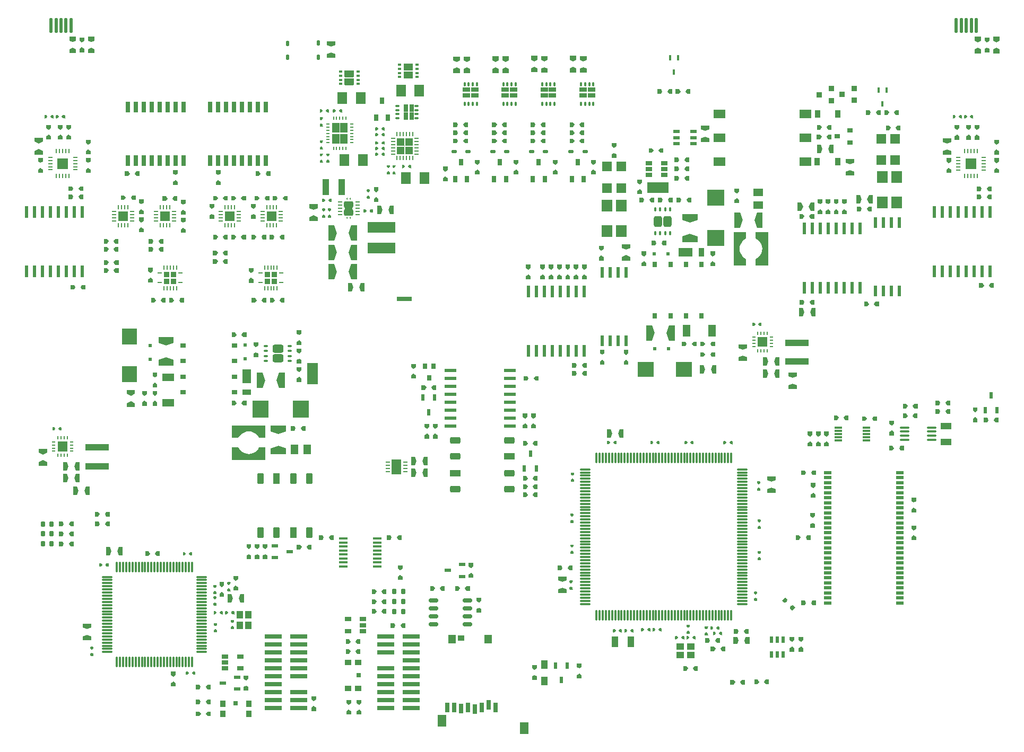
<source format=gtp>
G04*
G04 #@! TF.GenerationSoftware,Altium Limited,Altium Designer,20.0.10 (225)*
G04*
G04 Layer_Color=8421504*
%FSLAX25Y25*%
%MOIN*%
G70*
G01*
G75*
%ADD24C,0.00394*%
G04:AMPARAMS|DCode=35|XSize=44.29mil|YSize=27.76mil|CornerRadius=1.94mil|HoleSize=0mil|Usage=FLASHONLY|Rotation=270.000|XOffset=0mil|YOffset=0mil|HoleType=Round|Shape=RoundedRectangle|*
%AMROUNDEDRECTD35*
21,1,0.04429,0.02387,0,0,270.0*
21,1,0.04041,0.02776,0,0,270.0*
1,1,0.00389,-0.01194,-0.02020*
1,1,0.00389,-0.01194,0.02020*
1,1,0.00389,0.01194,0.02020*
1,1,0.00389,0.01194,-0.02020*
%
%ADD35ROUNDEDRECTD35*%
G04:AMPARAMS|DCode=36|XSize=23.62mil|YSize=11.81mil|CornerRadius=1.95mil|HoleSize=0mil|Usage=FLASHONLY|Rotation=180.000|XOffset=0mil|YOffset=0mil|HoleType=Round|Shape=RoundedRectangle|*
%AMROUNDEDRECTD36*
21,1,0.02362,0.00791,0,0,180.0*
21,1,0.01972,0.01181,0,0,180.0*
1,1,0.00390,-0.00986,0.00396*
1,1,0.00390,0.00986,0.00396*
1,1,0.00390,0.00986,-0.00396*
1,1,0.00390,-0.00986,-0.00396*
%
%ADD36ROUNDEDRECTD36*%
G04:AMPARAMS|DCode=37|XSize=23.62mil|YSize=11.81mil|CornerRadius=1.95mil|HoleSize=0mil|Usage=FLASHONLY|Rotation=270.000|XOffset=0mil|YOffset=0mil|HoleType=Round|Shape=RoundedRectangle|*
%AMROUNDEDRECTD37*
21,1,0.02362,0.00791,0,0,270.0*
21,1,0.01972,0.01181,0,0,270.0*
1,1,0.00390,-0.00396,-0.00986*
1,1,0.00390,-0.00396,0.00986*
1,1,0.00390,0.00396,0.00986*
1,1,0.00390,0.00396,-0.00986*
%
%ADD37ROUNDEDRECTD37*%
G04:AMPARAMS|DCode=38|XSize=44.29mil|YSize=27.76mil|CornerRadius=1.94mil|HoleSize=0mil|Usage=FLASHONLY|Rotation=0.000|XOffset=0mil|YOffset=0mil|HoleType=Round|Shape=RoundedRectangle|*
%AMROUNDEDRECTD38*
21,1,0.04429,0.02387,0,0,0.0*
21,1,0.04041,0.02776,0,0,0.0*
1,1,0.00389,0.02020,-0.01194*
1,1,0.00389,-0.02020,-0.01194*
1,1,0.00389,-0.02020,0.01194*
1,1,0.00389,0.02020,0.01194*
%
%ADD38ROUNDEDRECTD38*%
G04:AMPARAMS|DCode=39|XSize=36.22mil|YSize=36.22mil|CornerRadius=1.99mil|HoleSize=0mil|Usage=FLASHONLY|Rotation=90.000|XOffset=0mil|YOffset=0mil|HoleType=Round|Shape=RoundedRectangle|*
%AMROUNDEDRECTD39*
21,1,0.03622,0.03224,0,0,90.0*
21,1,0.03224,0.03622,0,0,90.0*
1,1,0.00398,0.01612,0.01612*
1,1,0.00398,0.01612,-0.01612*
1,1,0.00398,-0.01612,-0.01612*
1,1,0.00398,-0.01612,0.01612*
%
%ADD39ROUNDEDRECTD39*%
G04:AMPARAMS|DCode=40|XSize=44.02mil|YSize=62.36mil|CornerRadius=3.08mil|HoleSize=0mil|Usage=FLASHONLY|Rotation=180.000|XOffset=0mil|YOffset=0mil|HoleType=Round|Shape=RoundedRectangle|*
%AMROUNDEDRECTD40*
21,1,0.04402,0.05620,0,0,180.0*
21,1,0.03785,0.06236,0,0,180.0*
1,1,0.00616,-0.01893,0.02810*
1,1,0.00616,0.01893,0.02810*
1,1,0.00616,0.01893,-0.02810*
1,1,0.00616,-0.01893,-0.02810*
%
%ADD40ROUNDEDRECTD40*%
G04:AMPARAMS|DCode=41|XSize=59.06mil|YSize=41.73mil|CornerRadius=10.43mil|HoleSize=0mil|Usage=FLASHONLY|Rotation=180.000|XOffset=0mil|YOffset=0mil|HoleType=Round|Shape=RoundedRectangle|*
%AMROUNDEDRECTD41*
21,1,0.05906,0.02087,0,0,180.0*
21,1,0.03819,0.04173,0,0,180.0*
1,1,0.02087,-0.01909,0.01043*
1,1,0.02087,0.01909,0.01043*
1,1,0.02087,0.01909,-0.01043*
1,1,0.02087,-0.01909,-0.01043*
%
%ADD41ROUNDEDRECTD41*%
G04:AMPARAMS|DCode=42|XSize=9.84mil|YSize=13.39mil|CornerRadius=2.46mil|HoleSize=0mil|Usage=FLASHONLY|Rotation=180.000|XOffset=0mil|YOffset=0mil|HoleType=Round|Shape=RoundedRectangle|*
%AMROUNDEDRECTD42*
21,1,0.00984,0.00847,0,0,180.0*
21,1,0.00492,0.01339,0,0,180.0*
1,1,0.00492,-0.00246,0.00423*
1,1,0.00492,0.00246,0.00423*
1,1,0.00492,0.00246,-0.00423*
1,1,0.00492,-0.00246,-0.00423*
%
%ADD42ROUNDEDRECTD42*%
G04:AMPARAMS|DCode=43|XSize=68.9mil|YSize=51.58mil|CornerRadius=12.89mil|HoleSize=0mil|Usage=FLASHONLY|Rotation=0.000|XOffset=0mil|YOffset=0mil|HoleType=Round|Shape=RoundedRectangle|*
%AMROUNDEDRECTD43*
21,1,0.06890,0.02579,0,0,0.0*
21,1,0.04311,0.05158,0,0,0.0*
1,1,0.02579,0.02156,-0.01289*
1,1,0.02579,-0.02156,-0.01289*
1,1,0.02579,-0.02156,0.01289*
1,1,0.02579,0.02156,0.01289*
%
%ADD43ROUNDEDRECTD43*%
G04:AMPARAMS|DCode=44|XSize=68.9mil|YSize=51.58mil|CornerRadius=12.89mil|HoleSize=0mil|Usage=FLASHONLY|Rotation=90.000|XOffset=0mil|YOffset=0mil|HoleType=Round|Shape=RoundedRectangle|*
%AMROUNDEDRECTD44*
21,1,0.06890,0.02579,0,0,90.0*
21,1,0.04311,0.05158,0,0,90.0*
1,1,0.02579,0.01289,0.02156*
1,1,0.02579,0.01289,-0.02156*
1,1,0.02579,-0.01289,-0.02156*
1,1,0.02579,-0.01289,0.02156*
%
%ADD44ROUNDEDRECTD44*%
%ADD45R,0.07087X0.07087*%
%ADD46R,0.02362X0.07480*%
%ADD47R,0.02362X0.07087*%
%ADD48R,0.06299X0.06299*%
G04:AMPARAMS|DCode=49|XSize=15.75mil|YSize=33.47mil|CornerRadius=1.97mil|HoleSize=0mil|Usage=FLASHONLY|Rotation=0.000|XOffset=0mil|YOffset=0mil|HoleType=Round|Shape=RoundedRectangle|*
%AMROUNDEDRECTD49*
21,1,0.01575,0.02953,0,0,0.0*
21,1,0.01181,0.03347,0,0,0.0*
1,1,0.00394,0.00591,-0.01476*
1,1,0.00394,-0.00591,-0.01476*
1,1,0.00394,-0.00591,0.01476*
1,1,0.00394,0.00591,0.01476*
%
%ADD49ROUNDEDRECTD49*%
G04:AMPARAMS|DCode=50|XSize=94.49mil|YSize=19.68mil|CornerRadius=4.92mil|HoleSize=0mil|Usage=FLASHONLY|Rotation=90.000|XOffset=0mil|YOffset=0mil|HoleType=Round|Shape=RoundedRectangle|*
%AMROUNDEDRECTD50*
21,1,0.09449,0.00984,0,0,90.0*
21,1,0.08465,0.01968,0,0,90.0*
1,1,0.00984,0.00492,0.04232*
1,1,0.00984,0.00492,-0.04232*
1,1,0.00984,-0.00492,-0.04232*
1,1,0.00984,-0.00492,0.04232*
%
%ADD50ROUNDEDRECTD50*%
%ADD51R,0.00100X0.00100*%
%ADD52R,0.00945X0.02362*%
%ADD53R,0.02362X0.00945*%
%ADD54O,0.05906X0.01575*%
%ADD55R,0.14567X0.04331*%
%ADD56R,0.04724X0.02165*%
%ADD57R,0.02362X0.04331*%
G04:AMPARAMS|DCode=58|XSize=34.25mil|YSize=27.95mil|CornerRadius=1.96mil|HoleSize=0mil|Usage=FLASHONLY|Rotation=180.000|XOffset=0mil|YOffset=0mil|HoleType=Round|Shape=RoundedRectangle|*
%AMROUNDEDRECTD58*
21,1,0.03425,0.02404,0,0,180.0*
21,1,0.03034,0.02795,0,0,180.0*
1,1,0.00391,-0.01517,0.01202*
1,1,0.00391,0.01517,0.01202*
1,1,0.00391,0.01517,-0.01202*
1,1,0.00391,-0.01517,-0.01202*
%
%ADD58ROUNDEDRECTD58*%
G04:AMPARAMS|DCode=59|XSize=35.43mil|YSize=27.56mil|CornerRadius=6.89mil|HoleSize=0mil|Usage=FLASHONLY|Rotation=270.000|XOffset=0mil|YOffset=0mil|HoleType=Round|Shape=RoundedRectangle|*
%AMROUNDEDRECTD59*
21,1,0.03543,0.01378,0,0,270.0*
21,1,0.02165,0.02756,0,0,270.0*
1,1,0.01378,-0.00689,-0.01083*
1,1,0.01378,-0.00689,0.01083*
1,1,0.01378,0.00689,0.01083*
1,1,0.01378,0.00689,-0.01083*
%
%ADD59ROUNDEDRECTD59*%
%ADD60R,0.05000X0.06300*%
%ADD61R,0.01968X0.01968*%
%ADD62R,0.03937X0.02362*%
%ADD63R,0.04331X0.02559*%
%ADD64R,0.09563X0.03063*%
%ADD65O,0.03150X0.00984*%
%ADD66O,0.00984X0.03150*%
%ADD67R,0.06496X0.06496*%
%ADD68R,0.04134X0.02362*%
%ADD69R,0.07480X0.05512*%
%ADD70R,0.13500X0.07000*%
G04:AMPARAMS|DCode=71|XSize=9.45mil|YSize=23.62mil|CornerRadius=1.98mil|HoleSize=0mil|Usage=FLASHONLY|Rotation=270.000|XOffset=0mil|YOffset=0mil|HoleType=Round|Shape=RoundedRectangle|*
%AMROUNDEDRECTD71*
21,1,0.00945,0.01965,0,0,270.0*
21,1,0.00548,0.02362,0,0,270.0*
1,1,0.00397,-0.00983,-0.00274*
1,1,0.00397,-0.00983,0.00274*
1,1,0.00397,0.00983,0.00274*
1,1,0.00397,0.00983,-0.00274*
%
%ADD71ROUNDEDRECTD71*%
G04:AMPARAMS|DCode=72|XSize=9.45mil|YSize=23.62mil|CornerRadius=1.98mil|HoleSize=0mil|Usage=FLASHONLY|Rotation=0.000|XOffset=0mil|YOffset=0mil|HoleType=Round|Shape=RoundedRectangle|*
%AMROUNDEDRECTD72*
21,1,0.00945,0.01965,0,0,0.0*
21,1,0.00548,0.02362,0,0,0.0*
1,1,0.00397,0.00274,-0.00983*
1,1,0.00397,-0.00274,-0.00983*
1,1,0.00397,-0.00274,0.00983*
1,1,0.00397,0.00274,0.00983*
%
%ADD72ROUNDEDRECTD72*%
%ADD73R,0.06496X0.06496*%
%ADD74R,0.02992X0.06575*%
%ADD75R,0.06300X0.05000*%
%ADD76O,0.02362X0.00945*%
%ADD77O,0.00945X0.02362*%
%ADD78R,0.17700X0.07100*%
%ADD79R,0.02362X0.04134*%
%ADD80R,0.02854X0.03937*%
%ADD81R,0.07480X0.02362*%
G04:AMPARAMS|DCode=82|XSize=100.39mil|YSize=109.06mil|CornerRadius=2.51mil|HoleSize=0mil|Usage=FLASHONLY|Rotation=0.000|XOffset=0mil|YOffset=0mil|HoleType=Round|Shape=RoundedRectangle|*
%AMROUNDEDRECTD82*
21,1,0.10039,0.10404,0,0,0.0*
21,1,0.09537,0.10906,0,0,0.0*
1,1,0.00502,0.04769,-0.05202*
1,1,0.00502,-0.04769,-0.05202*
1,1,0.00502,-0.04769,0.05202*
1,1,0.00502,0.04769,0.05202*
%
%ADD82ROUNDEDRECTD82*%
%ADD83R,0.06693X0.07284*%
G04:AMPARAMS|DCode=84|XSize=67mil|YSize=41mil|CornerRadius=10.25mil|HoleSize=0mil|Usage=FLASHONLY|Rotation=270.000|XOffset=0mil|YOffset=0mil|HoleType=Round|Shape=RoundedRectangle|*
%AMROUNDEDRECTD84*
21,1,0.06700,0.02050,0,0,270.0*
21,1,0.04650,0.04100,0,0,270.0*
1,1,0.02050,-0.01025,-0.02325*
1,1,0.02050,-0.01025,0.02325*
1,1,0.02050,0.01025,0.02325*
1,1,0.02050,0.01025,-0.02325*
%
%ADD84ROUNDEDRECTD84*%
%ADD85R,0.04100X0.06700*%
%ADD86R,0.06700X0.04100*%
G04:AMPARAMS|DCode=87|XSize=67mil|YSize=41mil|CornerRadius=10.25mil|HoleSize=0mil|Usage=FLASHONLY|Rotation=0.000|XOffset=0mil|YOffset=0mil|HoleType=Round|Shape=RoundedRectangle|*
%AMROUNDEDRECTD87*
21,1,0.06700,0.02050,0,0,0.0*
21,1,0.04650,0.04100,0,0,0.0*
1,1,0.02050,0.02325,-0.01025*
1,1,0.02050,-0.02325,-0.01025*
1,1,0.02050,-0.02325,0.01025*
1,1,0.02050,0.02325,0.01025*
%
%ADD87ROUNDEDRECTD87*%
%ADD88R,0.06102X0.07480*%
%ADD89R,0.02362X0.03937*%
G04:AMPARAMS|DCode=90|XSize=46.28mil|YSize=75.8mil|CornerRadius=0mil|HoleSize=0mil|Usage=FLASHONLY|Rotation=180.000|XOffset=0mil|YOffset=0mil|HoleType=Round|Shape=RoundedRectangle|*
%AMROUNDEDRECTD90*
21,1,0.04628,0.07580,0,0,180.0*
21,1,0.04628,0.07580,0,0,180.0*
1,1,0.00000,-0.02314,0.03790*
1,1,0.00000,0.02314,0.03790*
1,1,0.00000,0.02314,-0.03790*
1,1,0.00000,-0.02314,-0.03790*
%
%ADD90ROUNDEDRECTD90*%
G04:AMPARAMS|DCode=91|XSize=23.62mil|YSize=9.84mil|CornerRadius=1.97mil|HoleSize=0mil|Usage=FLASHONLY|Rotation=180.000|XOffset=0mil|YOffset=0mil|HoleType=Round|Shape=RoundedRectangle|*
%AMROUNDEDRECTD91*
21,1,0.02362,0.00591,0,0,180.0*
21,1,0.01968,0.00984,0,0,180.0*
1,1,0.00394,-0.00984,0.00295*
1,1,0.00394,0.00984,0.00295*
1,1,0.00394,0.00984,-0.00295*
1,1,0.00394,-0.00984,-0.00295*
%
%ADD91ROUNDEDRECTD91*%
%ADD92R,0.11024X0.02756*%
%ADD93O,0.05709X0.01575*%
%ADD94R,0.06496X0.09370*%
%ADD95R,0.02756X0.00984*%
%ADD96R,0.01968X0.01968*%
G04:AMPARAMS|DCode=97|XSize=34.25mil|YSize=27.95mil|CornerRadius=1.96mil|HoleSize=0mil|Usage=FLASHONLY|Rotation=270.000|XOffset=0mil|YOffset=0mil|HoleType=Round|Shape=RoundedRectangle|*
%AMROUNDEDRECTD97*
21,1,0.03425,0.02404,0,0,270.0*
21,1,0.03034,0.02795,0,0,270.0*
1,1,0.00391,-0.01202,-0.01517*
1,1,0.00391,-0.01202,0.01517*
1,1,0.00391,0.01202,0.01517*
1,1,0.00391,0.01202,-0.01517*
%
%ADD97ROUNDEDRECTD97*%
G04:AMPARAMS|DCode=98|XSize=100.39mil|YSize=109.06mil|CornerRadius=2.51mil|HoleSize=0mil|Usage=FLASHONLY|Rotation=90.000|XOffset=0mil|YOffset=0mil|HoleType=Round|Shape=RoundedRectangle|*
%AMROUNDEDRECTD98*
21,1,0.10039,0.10404,0,0,90.0*
21,1,0.09537,0.10906,0,0,90.0*
1,1,0.00502,0.05202,0.04769*
1,1,0.00502,0.05202,-0.04769*
1,1,0.00502,-0.05202,-0.04769*
1,1,0.00502,-0.05202,0.04769*
%
%ADD98ROUNDEDRECTD98*%
%ADD99R,0.03307X0.03307*%
%ADD100R,0.03307X0.03543*%
%ADD101R,0.03583X0.04803*%
%ADD102R,0.03543X0.03150*%
%ADD103R,0.02756X0.03543*%
G04:AMPARAMS|DCode=104|XSize=1mil|YSize=1mil|CornerRadius=0mil|HoleSize=0mil|Usage=FLASHONLY|Rotation=270.000|XOffset=0mil|YOffset=0mil|HoleType=Round|Shape=RoundedRectangle|*
%AMROUNDEDRECTD104*
21,1,0.00100,0.00100,0,0,270.0*
21,1,0.00100,0.00100,0,0,270.0*
1,1,0.00000,-0.00050,-0.00050*
1,1,0.00000,-0.00050,0.00050*
1,1,0.00000,0.00050,0.00050*
1,1,0.00000,0.00050,-0.00050*
%
%ADD104ROUNDEDRECTD104*%
G04:AMPARAMS|DCode=105|XSize=9.45mil|YSize=23.62mil|CornerRadius=1.94mil|HoleSize=0mil|Usage=FLASHONLY|Rotation=270.000|XOffset=0mil|YOffset=0mil|HoleType=Round|Shape=RoundedRectangle|*
%AMROUNDEDRECTD105*
21,1,0.00945,0.01975,0,0,270.0*
21,1,0.00558,0.02362,0,0,270.0*
1,1,0.00387,-0.00987,-0.00279*
1,1,0.00387,-0.00987,0.00279*
1,1,0.00387,0.00987,0.00279*
1,1,0.00387,0.00987,-0.00279*
%
%ADD105ROUNDEDRECTD105*%
G04:AMPARAMS|DCode=106|XSize=9.45mil|YSize=23.62mil|CornerRadius=1.94mil|HoleSize=0mil|Usage=FLASHONLY|Rotation=0.000|XOffset=0mil|YOffset=0mil|HoleType=Round|Shape=RoundedRectangle|*
%AMROUNDEDRECTD106*
21,1,0.00945,0.01975,0,0,0.0*
21,1,0.00558,0.02362,0,0,0.0*
1,1,0.00387,0.00279,-0.00987*
1,1,0.00387,-0.00279,-0.00987*
1,1,0.00387,-0.00279,0.00987*
1,1,0.00387,0.00279,0.00987*
%
%ADD106ROUNDEDRECTD106*%
%ADD107R,0.07087X0.03937*%
%ADD108R,0.07000X0.13500*%
%ADD109R,0.03937X0.05512*%
%ADD110O,0.07087X0.01181*%
%ADD111O,0.01181X0.07087*%
%ADD112R,0.09646X0.10039*%
%ADD113R,0.07441X0.04882*%
G04:AMPARAMS|DCode=114|XSize=11.81mil|YSize=23.62mil|CornerRadius=1.95mil|HoleSize=0mil|Usage=FLASHONLY|Rotation=270.000|XOffset=0mil|YOffset=0mil|HoleType=Round|Shape=RoundedRectangle|*
%AMROUNDEDRECTD114*
21,1,0.01181,0.01972,0,0,270.0*
21,1,0.00791,0.02362,0,0,270.0*
1,1,0.00390,-0.00986,-0.00396*
1,1,0.00390,-0.00986,0.00396*
1,1,0.00390,0.00986,0.00396*
1,1,0.00390,0.00986,-0.00396*
%
%ADD114ROUNDEDRECTD114*%
%ADD115R,0.05512X0.07480*%
%ADD116R,0.05118X0.05512*%
%ADD117R,0.03937X0.03740*%
%ADD118R,0.03150X0.05906*%
%ADD119R,0.03543X0.03937*%
%ADD120R,0.03150X0.03150*%
%ADD121R,0.02362X0.01181*%
%ADD122R,0.04882X0.07441*%
%ADD123R,0.10039X0.09646*%
G04:AMPARAMS|DCode=124|XSize=11.81mil|YSize=23.62mil|CornerRadius=1.95mil|HoleSize=0mil|Usage=FLASHONLY|Rotation=0.000|XOffset=0mil|YOffset=0mil|HoleType=Round|Shape=RoundedRectangle|*
%AMROUNDEDRECTD124*
21,1,0.01181,0.01972,0,0,0.0*
21,1,0.00791,0.02362,0,0,0.0*
1,1,0.00390,0.00396,-0.00986*
1,1,0.00390,-0.00396,-0.00986*
1,1,0.00390,-0.00396,0.00986*
1,1,0.00390,0.00396,0.00986*
%
%ADD124ROUNDEDRECTD124*%
%ADD125R,0.05512X0.03543*%
%ADD126R,0.05512X0.08661*%
%ADD127R,0.03543X0.05512*%
%ADD128R,0.08661X0.05512*%
%ADD129R,0.03937X0.04724*%
%ADD130R,0.04724X0.03937*%
%ADD131R,0.03937X0.07087*%
%ADD132R,0.04331X0.10236*%
%ADD133R,0.04921X0.01181*%
G04:AMPARAMS|DCode=134|XSize=23.62mil|YSize=59.06mil|CornerRadius=5.91mil|HoleSize=0mil|Usage=FLASHONLY|Rotation=90.000|XOffset=0mil|YOffset=0mil|HoleType=Round|Shape=RoundedRectangle|*
%AMROUNDEDRECTD134*
21,1,0.02362,0.04724,0,0,90.0*
21,1,0.01181,0.05906,0,0,90.0*
1,1,0.01181,0.02362,0.00591*
1,1,0.01181,0.02362,-0.00591*
1,1,0.01181,-0.02362,-0.00591*
1,1,0.01181,-0.02362,0.00591*
%
%ADD134ROUNDEDRECTD134*%
G04:AMPARAMS|DCode=135|XSize=17.72mil|YSize=33.47mil|CornerRadius=4.43mil|HoleSize=0mil|Usage=FLASHONLY|Rotation=0.000|XOffset=0mil|YOffset=0mil|HoleType=Round|Shape=RoundedRectangle|*
%AMROUNDEDRECTD135*
21,1,0.01772,0.02461,0,0,0.0*
21,1,0.00886,0.03347,0,0,0.0*
1,1,0.00886,0.00443,-0.01230*
1,1,0.00886,-0.00443,-0.01230*
1,1,0.00886,-0.00443,0.01230*
1,1,0.00886,0.00443,0.01230*
%
%ADD135ROUNDEDRECTD135*%
%ADD136R,0.03937X0.03543*%
%ADD137R,0.03150X0.03150*%
G04:AMPARAMS|DCode=138|XSize=17.72mil|YSize=33.47mil|CornerRadius=4.43mil|HoleSize=0mil|Usage=FLASHONLY|Rotation=90.000|XOffset=0mil|YOffset=0mil|HoleType=Round|Shape=RoundedRectangle|*
%AMROUNDEDRECTD138*
21,1,0.01772,0.02461,0,0,90.0*
21,1,0.00886,0.03347,0,0,90.0*
1,1,0.00886,0.01230,0.00443*
1,1,0.00886,0.01230,-0.00443*
1,1,0.00886,-0.01230,-0.00443*
1,1,0.00886,-0.01230,0.00443*
%
%ADD138ROUNDEDRECTD138*%
G36*
X39362Y437076D02*
X37295Y436221D01*
X35228Y437076D01*
X35228Y439665D01*
X39362D01*
X39362Y437076D01*
D02*
G37*
G36*
X51029Y437076D02*
X48962Y436221D01*
X46895Y437076D01*
X46895Y439665D01*
X51029D01*
Y437076D01*
D02*
G37*
G36*
X608046Y437011D02*
X605979Y436156D01*
X603912Y437011D01*
X603912Y439601D01*
X608046D01*
X608046Y437011D01*
D02*
G37*
G36*
X619713Y437011D02*
X617646Y436156D01*
X615579Y437011D01*
X615579Y439601D01*
X619713D01*
Y437011D01*
D02*
G37*
G36*
X44587Y436946D02*
X43110Y436024D01*
X41634Y436946D01*
Y439075D01*
X44587D01*
Y436946D01*
D02*
G37*
G36*
X613271Y436882D02*
X611795Y435959D01*
X610318Y436882D01*
Y439010D01*
X613271D01*
Y436882D01*
D02*
G37*
G36*
X202302Y434392D02*
X199644Y433292D01*
X196987Y434392D01*
Y436737D01*
X202302D01*
Y434392D01*
D02*
G37*
G36*
X44587Y431951D02*
X44587Y429823D01*
X41634Y429823D01*
Y431951D01*
X43110Y432874D01*
X44587Y431951D01*
D02*
G37*
G36*
X613271Y431887D02*
X613271Y429758D01*
X610318Y429758D01*
Y431887D01*
X611795Y432809D01*
X613271Y431887D01*
D02*
G37*
G36*
X39362Y431822D02*
X39362Y429232D01*
X35228D01*
Y431822D01*
X37295Y432677D01*
X39362Y431822D01*
D02*
G37*
G36*
X51029D02*
Y429232D01*
X46895D01*
X46895Y431822D01*
X48962Y432677D01*
X51029Y431822D01*
D02*
G37*
G36*
X608046Y431757D02*
X608046Y429168D01*
X603912D01*
Y431757D01*
X605979Y432613D01*
X608046Y431757D01*
D02*
G37*
G36*
X619713D02*
Y429168D01*
X615579D01*
X615579Y431757D01*
X617646Y432613D01*
X619713Y431757D01*
D02*
G37*
G36*
X202302Y428649D02*
Y426304D01*
X196987D01*
Y428649D01*
X199644Y429749D01*
X202302Y428649D01*
D02*
G37*
G36*
X329339Y425027D02*
X327272Y424172D01*
X325205Y425027D01*
Y427617D01*
X329339D01*
X329339Y425027D01*
D02*
G37*
G36*
X353726Y424932D02*
X351659Y424077D01*
X349592Y424932D01*
Y427522D01*
X353726D01*
X353726Y424932D01*
D02*
G37*
G36*
X335814Y424882D02*
X333747Y424027D01*
X331680Y424882D01*
Y427472D01*
X335814D01*
X335814Y424882D01*
D02*
G37*
G36*
X360236Y424871D02*
X358169Y424016D01*
X356102Y424871D01*
Y427461D01*
X360236D01*
X360236Y424871D01*
D02*
G37*
G36*
X311425Y424691D02*
X309358Y423836D01*
X307291Y424691D01*
Y427281D01*
X311425D01*
X311425Y424691D01*
D02*
G37*
G36*
X305040D02*
X302973Y423836D01*
X300906Y424691D01*
Y427281D01*
X305040D01*
X305040Y424691D01*
D02*
G37*
G36*
X287126Y424589D02*
X285059Y423734D01*
X282992Y424589D01*
Y427178D01*
X287126D01*
X287126Y424589D01*
D02*
G37*
G36*
X280640D02*
X278573Y423734D01*
X276506Y424589D01*
Y427178D01*
X280640D01*
X280640Y424589D01*
D02*
G37*
G36*
X250985Y422673D02*
X251021Y422662D01*
X251054Y422644D01*
X251082Y422621D01*
X251106Y422592D01*
X251123Y422559D01*
X251134Y422523D01*
X251138Y422487D01*
Y418653D01*
X251134Y418616D01*
X251123Y418581D01*
X251106Y418548D01*
X251082Y418519D01*
X251054Y418496D01*
X251021Y418478D01*
X250985Y418467D01*
X250948Y418464D01*
X245540D01*
X245503Y418467D01*
X245467Y418478D01*
X245435Y418496D01*
X245406Y418519D01*
X245382Y418548D01*
X245365Y418581D01*
X245354Y418616D01*
X245350Y418653D01*
Y422487D01*
X245354Y422523D01*
X245365Y422559D01*
X245382Y422592D01*
X245406Y422621D01*
X245435Y422644D01*
X245467Y422662D01*
X245503Y422673D01*
X245540Y422676D01*
X250948D01*
X250985Y422673D01*
D02*
G37*
G36*
X329339Y419773D02*
X329339Y417183D01*
X325205D01*
Y419773D01*
X327272Y420628D01*
X329339Y419773D01*
D02*
G37*
G36*
X353726Y419678D02*
X353726Y417088D01*
X349592D01*
Y419678D01*
X351659Y420533D01*
X353726Y419678D01*
D02*
G37*
G36*
X335814Y419628D02*
X335814Y417039D01*
X331680D01*
Y419628D01*
X333747Y420484D01*
X335814Y419628D01*
D02*
G37*
G36*
X360236Y419617D02*
X360236Y417028D01*
X356102D01*
Y419617D01*
X358169Y420472D01*
X360236Y419617D01*
D02*
G37*
G36*
X311425Y419437D02*
X311425Y416847D01*
X307291D01*
Y419437D01*
X309358Y420292D01*
X311425Y419437D01*
D02*
G37*
G36*
X305040D02*
X305040Y416847D01*
X300906D01*
Y419437D01*
X302973Y420292D01*
X305040Y419437D01*
D02*
G37*
G36*
X287126Y419335D02*
X287126Y416745D01*
X282992D01*
Y419335D01*
X285059Y420190D01*
X287126Y419335D01*
D02*
G37*
G36*
X280640D02*
X280640Y416745D01*
X276506D01*
Y419335D01*
X278573Y420190D01*
X280640Y419335D01*
D02*
G37*
G36*
X213774Y418383D02*
X213809Y418372D01*
X213842Y418354D01*
X213871Y418331D01*
X213894Y418302D01*
X213912Y418269D01*
X213923Y418234D01*
X213926Y418197D01*
Y414363D01*
X213923Y414326D01*
X213912Y414291D01*
X213894Y414258D01*
X213871Y414229D01*
X213842Y414206D01*
X213809Y414188D01*
X213774Y414177D01*
X213737Y414174D01*
X208329D01*
X208292Y414177D01*
X208256Y414188D01*
X208223Y414206D01*
X208194Y414229D01*
X208171Y414258D01*
X208153Y414291D01*
X208143Y414326D01*
X208139Y414363D01*
Y418197D01*
X208143Y418234D01*
X208153Y418269D01*
X208171Y418302D01*
X208194Y418331D01*
X208223Y418354D01*
X208256Y418372D01*
X208292Y418383D01*
X208329Y418386D01*
X213737D01*
X213774Y418383D01*
D02*
G37*
G36*
X250985Y417672D02*
X251021Y417662D01*
X251054Y417644D01*
X251082Y417621D01*
X251106Y417592D01*
X251123Y417559D01*
X251134Y417523D01*
X251138Y417487D01*
Y413653D01*
X251134Y413616D01*
X251123Y413581D01*
X251106Y413548D01*
X251082Y413519D01*
X251054Y413495D01*
X251021Y413478D01*
X250985Y413467D01*
X250948Y413463D01*
X245540D01*
X245503Y413467D01*
X245467Y413478D01*
X245435Y413495D01*
X245406Y413519D01*
X245382Y413548D01*
X245365Y413581D01*
X245354Y413616D01*
X245350Y413653D01*
Y417487D01*
X245354Y417523D01*
X245365Y417559D01*
X245382Y417592D01*
X245406Y417621D01*
X245435Y417644D01*
X245467Y417662D01*
X245503Y417672D01*
X245540Y417676D01*
X250948D01*
X250985Y417672D01*
D02*
G37*
G36*
X213774Y413383D02*
X213809Y413372D01*
X213842Y413354D01*
X213871Y413331D01*
X213894Y413302D01*
X213912Y413269D01*
X213923Y413234D01*
X213926Y413197D01*
Y409363D01*
X213923Y409326D01*
X213912Y409291D01*
X213894Y409258D01*
X213871Y409229D01*
X213842Y409206D01*
X213809Y409188D01*
X213774Y409177D01*
X213737Y409174D01*
X208329D01*
X208292Y409177D01*
X208256Y409188D01*
X208223Y409206D01*
X208194Y409229D01*
X208171Y409258D01*
X208153Y409291D01*
X208143Y409326D01*
X208139Y409363D01*
Y413197D01*
X208143Y413234D01*
X208153Y413269D01*
X208171Y413302D01*
X208194Y413331D01*
X208223Y413354D01*
X208256Y413372D01*
X208292Y413383D01*
X208329Y413386D01*
X213737D01*
X213774Y413383D01*
D02*
G37*
G36*
X414001Y403602D02*
X411873D01*
X410950Y405079D01*
X411873Y406555D01*
X414001D01*
Y403602D01*
D02*
G37*
G36*
X407800Y405079D02*
X406878Y403602D01*
X404749D01*
X404749Y406555D01*
X406878D01*
X407800Y405079D01*
D02*
G37*
G36*
X425394Y403602D02*
X423265D01*
X422342Y405079D01*
X423265Y406555D01*
X425394D01*
X425394Y403602D01*
D02*
G37*
G36*
X419193Y405079D02*
X418270Y403602D01*
X416142D01*
Y406555D01*
X418270D01*
X419193Y405079D01*
D02*
G37*
G36*
X206311Y393896D02*
X206508Y393699D01*
Y392124D01*
X206311Y391927D01*
X205228D01*
X204638Y392912D01*
X205228Y393896D01*
X206311Y393896D01*
D02*
G37*
G36*
X198065D02*
X198262Y393699D01*
Y392124D01*
X198065Y391927D01*
X196982D01*
X196392Y392912D01*
X196982Y393896D01*
X198065Y393896D01*
D02*
G37*
G36*
X202669Y392912D02*
X202079Y391927D01*
X200996Y391927D01*
X200799Y392124D01*
Y393699D01*
X200996Y393896D01*
X202079Y393896D01*
X202669Y392912D01*
D02*
G37*
G36*
X194423D02*
X193833Y391927D01*
X192750Y391927D01*
X192553Y392124D01*
Y393699D01*
X192750Y393896D01*
X193833Y393896D01*
X194423Y392912D01*
D02*
G37*
G36*
X544980Y390453D02*
X542852D01*
X541929Y391929D01*
X542852Y393406D01*
X544980D01*
Y390453D01*
D02*
G37*
G36*
X538779Y391929D02*
X537857Y390453D01*
X535728Y390453D01*
X535728Y393406D01*
X537857D01*
X538779Y391929D01*
D02*
G37*
G36*
X556450Y390453D02*
X554322D01*
X553399Y391929D01*
X554322Y393406D01*
X556450Y393406D01*
X556450Y390453D01*
D02*
G37*
G36*
X550250Y391929D02*
X549327Y390453D01*
X547198D01*
Y393406D01*
X549327D01*
X550250Y391929D01*
D02*
G37*
G36*
X28543Y389272D02*
X27953Y388287D01*
X26870D01*
X26673Y388484D01*
X26673Y390059D01*
X26870Y390256D01*
X27953Y390256D01*
X28543Y389272D01*
D02*
G37*
G36*
X32382Y390059D02*
X32382Y388484D01*
X32185Y388287D01*
X31102D01*
X30512Y389272D01*
X31102Y390256D01*
X32185Y390256D01*
X32382Y390059D01*
D02*
G37*
G36*
X21457Y389272D02*
X20866Y388287D01*
X19783Y388287D01*
X19587Y388484D01*
X19587Y390059D01*
X19783Y390256D01*
X20866D01*
X21457Y389272D01*
D02*
G37*
G36*
X25295Y390059D02*
X25295Y388484D01*
X25098Y388287D01*
X24016Y388287D01*
X23425Y389272D01*
X24016Y390256D01*
X25098D01*
X25295Y390059D01*
D02*
G37*
G36*
X599196Y389207D02*
X598606Y388223D01*
X597523D01*
X597326Y388420D01*
X597326Y389995D01*
X597523Y390191D01*
X598606Y390191D01*
X599196Y389207D01*
D02*
G37*
G36*
X603035Y389995D02*
X603035Y388420D01*
X602838Y388223D01*
X601755D01*
X601165Y389207D01*
X601755Y390191D01*
X602838Y390191D01*
X603035Y389995D01*
D02*
G37*
G36*
X592110Y389207D02*
X591519Y388223D01*
X590437Y388223D01*
X590240Y388420D01*
X590240Y389995D01*
X590437Y390191D01*
X591519D01*
X592110Y389207D01*
D02*
G37*
G36*
X595948Y389995D02*
X595948Y388420D01*
X595751Y388223D01*
X594669Y388223D01*
X594078Y389207D01*
X594669Y390191D01*
X595751D01*
X595948Y389995D01*
D02*
G37*
G36*
X194492Y388769D02*
Y387686D01*
X193508Y387096D01*
X192523Y387686D01*
X192523Y388769D01*
X192720Y388966D01*
X194295D01*
X194492Y388769D01*
D02*
G37*
G36*
X194492Y384537D02*
X194492Y383454D01*
X194295Y383257D01*
X192720D01*
X192523Y383454D01*
X192523Y384537D01*
X193508Y385127D01*
X194492Y384537D01*
D02*
G37*
G36*
X358844Y382776D02*
X356716D01*
X355793Y384252D01*
X356716Y385728D01*
X358844D01*
Y382776D01*
D02*
G37*
G36*
X352643Y384252D02*
X351721Y382776D01*
X349592D01*
Y385728D01*
X351721D01*
X352643Y384252D01*
D02*
G37*
G36*
X334358Y382776D02*
X332230D01*
X331307Y384252D01*
X332230Y385728D01*
X334358D01*
Y382776D01*
D02*
G37*
G36*
X328157Y384252D02*
X327235Y382776D01*
X325106D01*
Y385728D01*
X327235D01*
X328157Y384252D01*
D02*
G37*
G36*
X310060Y382776D02*
X307931D01*
X307009Y384252D01*
X307931Y385728D01*
X310060D01*
Y382776D01*
D02*
G37*
G36*
X303859Y384252D02*
X302936Y382776D01*
X300808D01*
Y385728D01*
X302936D01*
X303859Y384252D01*
D02*
G37*
G36*
X285660Y382776D02*
X283531D01*
X282609Y384252D01*
X283531Y385728D01*
X285660D01*
Y382776D01*
D02*
G37*
G36*
X279459Y384252D02*
X278536Y382776D01*
X276408D01*
Y385728D01*
X278536D01*
X279459Y384252D01*
D02*
G37*
G36*
X514123Y381158D02*
X511995D01*
X511072Y382635D01*
X511995Y384111D01*
X514123Y384111D01*
X514123Y381158D01*
D02*
G37*
G36*
X507922Y382635D02*
X506999Y381158D01*
X504871D01*
Y384111D01*
X506999D01*
X507922Y382635D01*
D02*
G37*
G36*
X36230Y382019D02*
X34754Y381097D01*
X33278Y382019D01*
Y384148D01*
X36230D01*
Y382019D01*
D02*
G37*
G36*
X31129D02*
X29653Y381097D01*
X28177Y382019D01*
Y384148D01*
X31129D01*
Y382019D01*
D02*
G37*
G36*
X23731D02*
X22254Y381097D01*
X20778Y382019D01*
X20778Y384148D01*
X23731Y384148D01*
Y382019D01*
D02*
G37*
G36*
X594383Y381955D02*
X592907Y381032D01*
X591431Y381955D01*
X591431Y384083D01*
X594383Y384083D01*
Y381955D01*
D02*
G37*
G36*
X606883D02*
X605407Y381032D01*
X603931Y381955D01*
X603931Y384083D01*
X606883Y384083D01*
X606883Y381955D01*
D02*
G37*
G36*
X601782D02*
X600306Y381032D01*
X598830Y381955D01*
X598830Y384083D01*
X601782Y384083D01*
X601782Y381955D01*
D02*
G37*
G36*
X557475Y380748D02*
X555346D01*
X554424Y382224D01*
X555346Y383701D01*
X557475Y383701D01*
X557475Y380748D01*
D02*
G37*
G36*
X551274Y382224D02*
X550351Y380748D01*
X548223D01*
Y383701D01*
X550351D01*
X551274Y382224D01*
D02*
G37*
G36*
X233002Y382517D02*
X233198Y382320D01*
Y380745D01*
X233002Y380549D01*
X231919D01*
X231328Y381533D01*
X231919Y382517D01*
X233002Y382517D01*
D02*
G37*
G36*
X229360Y381533D02*
X228769Y380549D01*
X227687Y380549D01*
X227490Y380745D01*
Y382320D01*
X227687Y382517D01*
X228769Y382517D01*
X229360Y381533D01*
D02*
G37*
G36*
X437452Y381356D02*
X434795Y380256D01*
X432137Y381356D01*
Y383701D01*
X437452D01*
X437452Y381356D01*
D02*
G37*
G36*
X358844Y377659D02*
X356716D01*
X355793Y379135D01*
X356716Y380611D01*
X358844Y380611D01*
X358844Y377659D01*
D02*
G37*
G36*
X352643Y379135D02*
X351721Y377659D01*
X349592D01*
Y380611D01*
X351721D01*
X352643Y379135D01*
D02*
G37*
G36*
X334358Y377659D02*
X332230D01*
X331307Y379135D01*
X332230Y380611D01*
X334358Y380611D01*
X334358Y377659D01*
D02*
G37*
G36*
X328157Y379135D02*
X327235Y377659D01*
X325106D01*
Y380611D01*
X327235D01*
X328157Y379135D01*
D02*
G37*
G36*
X310060Y377659D02*
X307931D01*
X307008Y379135D01*
X307931Y380611D01*
X310060Y380611D01*
X310060Y377659D01*
D02*
G37*
G36*
X303859Y379135D02*
X302936Y377659D01*
X300808D01*
Y380611D01*
X302936D01*
X303859Y379135D01*
D02*
G37*
G36*
X285660Y377659D02*
X283531D01*
X282609Y379135D01*
X283531Y380611D01*
X285660Y380611D01*
X285660Y377659D01*
D02*
G37*
G36*
X279459Y379135D02*
X278536Y377659D01*
X276408D01*
Y380611D01*
X278536D01*
X279459Y379135D01*
D02*
G37*
G36*
X233002Y378986D02*
X233198Y378789D01*
Y377214D01*
X233002Y377017D01*
X231919D01*
X231328Y378001D01*
X231919Y378986D01*
X233002Y378986D01*
D02*
G37*
G36*
X229360Y378001D02*
X228769Y377017D01*
X227687Y377017D01*
X227490Y377214D01*
Y378789D01*
X227687Y378986D01*
X228769Y378986D01*
X229360Y378001D01*
D02*
G37*
G36*
X514056Y375113D02*
X511928D01*
X511005Y376590D01*
X511928Y378066D01*
X514056Y378066D01*
X514056Y375113D01*
D02*
G37*
G36*
X507856Y376590D02*
X506933Y375113D01*
X504804D01*
Y378066D01*
X506933D01*
X507856Y376590D01*
D02*
G37*
G36*
X23731Y377024D02*
Y374896D01*
X20778D01*
Y377024D01*
X22254Y377947D01*
X23731Y377024D01*
D02*
G37*
G36*
X36230D02*
Y374896D01*
X33278D01*
Y377024D01*
X34754Y377947D01*
X36230Y377024D01*
D02*
G37*
G36*
X31129D02*
Y374896D01*
X28177D01*
Y377024D01*
X29653Y377947D01*
X31129Y377024D01*
D02*
G37*
G36*
X594383Y376960D02*
Y374831D01*
X591431D01*
Y376960D01*
X592907Y377882D01*
X594383Y376960D01*
D02*
G37*
G36*
X606883Y376960D02*
X606883Y374831D01*
X603931Y374831D01*
X603931Y376960D01*
X605407Y377882D01*
X606883Y376960D01*
D02*
G37*
G36*
X601782D02*
X601782Y374831D01*
X598830Y374831D01*
X598830Y376960D01*
X600306Y377882D01*
X601782Y376960D01*
D02*
G37*
G36*
X437452Y375613D02*
X437452Y373268D01*
X432137Y373268D01*
Y375613D01*
X434795Y376713D01*
X437452Y375613D01*
D02*
G37*
G36*
X194492Y374258D02*
Y373176D01*
X193508Y372585D01*
X192523Y373176D01*
X192523Y374258D01*
X192720Y374455D01*
X194295D01*
X194492Y374258D01*
D02*
G37*
G36*
X358844Y372539D02*
X356716D01*
X355793Y374016D01*
X356716Y375492D01*
X358844D01*
Y372539D01*
D02*
G37*
G36*
X352643Y374016D02*
X351721Y372539D01*
X349592D01*
Y375492D01*
X351721D01*
X352643Y374016D01*
D02*
G37*
G36*
X334358Y372539D02*
X332230D01*
X331307Y374016D01*
X332230Y375492D01*
X334358D01*
Y372539D01*
D02*
G37*
G36*
X328157Y374016D02*
X327235Y372539D01*
X325106D01*
Y375492D01*
X327235D01*
X328157Y374016D01*
D02*
G37*
G36*
X310060Y372539D02*
X307931D01*
X307009Y374016D01*
X307931Y375492D01*
X310060D01*
Y372539D01*
D02*
G37*
G36*
X303859Y374016D02*
X302936Y372539D01*
X300808D01*
Y375492D01*
X302936D01*
X303859Y374016D01*
D02*
G37*
G36*
X285660Y372539D02*
X283531D01*
X282609Y374016D01*
X283531Y375492D01*
X285660D01*
Y372539D01*
D02*
G37*
G36*
X279459Y374016D02*
X278536Y372539D01*
X276408D01*
Y375492D01*
X278536D01*
X279459Y374016D01*
D02*
G37*
G36*
X18612Y375880D02*
Y373535D01*
X15955Y372435D01*
X13297Y373535D01*
X13297Y375880D01*
X18612Y375880D01*
D02*
G37*
G36*
X589265Y375815D02*
Y373470D01*
X586608Y372371D01*
X583951Y373470D01*
X583951Y375815D01*
X589265Y375815D01*
D02*
G37*
G36*
X229360Y372833D02*
X228769Y371849D01*
X227687D01*
X227490Y372045D01*
X227490Y373620D01*
X227687Y373817D01*
X228769Y373817D01*
X229360Y372833D01*
D02*
G37*
G36*
X233198Y373620D02*
X233198Y372045D01*
X233002Y371849D01*
X231919D01*
X231328Y372833D01*
X231919Y373817D01*
X233002Y373817D01*
X233198Y373620D01*
D02*
G37*
G36*
X48632Y372669D02*
X47156Y371746D01*
X45679Y372669D01*
Y374797D01*
X48632D01*
Y372669D01*
D02*
G37*
G36*
X619285Y372604D02*
X617809Y371682D01*
X616332Y372604D01*
Y374733D01*
X619285D01*
Y372604D01*
D02*
G37*
G36*
X250941Y375808D02*
X250976Y375797D01*
X251009Y375780D01*
X251037Y375757D01*
X251061Y375728D01*
X251078Y375696D01*
X251089Y375661D01*
X251092Y375624D01*
Y371314D01*
X251089Y371277D01*
X251078Y371242D01*
X251061Y371210D01*
X251037Y371181D01*
X251009Y371158D01*
X250976Y371141D01*
X250941Y371130D01*
X250905Y371127D01*
X246595D01*
X246558Y371130D01*
X246523Y371141D01*
X246490Y371158D01*
X246462Y371181D01*
X246439Y371210D01*
X246421Y371242D01*
X246411Y371277D01*
X246407Y371314D01*
Y375624D01*
X246411Y375661D01*
X246421Y375696D01*
X246439Y375728D01*
X246462Y375757D01*
X246490Y375780D01*
X246523Y375797D01*
X246558Y375808D01*
X246595Y375812D01*
X250905D01*
X250941Y375808D01*
D02*
G37*
G36*
X245469D02*
X245504Y375797D01*
X245536Y375780D01*
X245565Y375757D01*
X245588Y375728D01*
X245605Y375696D01*
X245616Y375661D01*
X245620Y375624D01*
Y371314D01*
X245616Y371277D01*
X245605Y371242D01*
X245588Y371210D01*
X245565Y371181D01*
X245536Y371158D01*
X245504Y371141D01*
X245469Y371130D01*
X245432Y371127D01*
X241122D01*
X241086Y371130D01*
X241050Y371141D01*
X241018Y371158D01*
X240989Y371181D01*
X240966Y371210D01*
X240949Y371242D01*
X240938Y371277D01*
X240935Y371314D01*
Y375624D01*
X240938Y375661D01*
X240949Y375696D01*
X240966Y375728D01*
X240989Y375757D01*
X241018Y375780D01*
X241050Y375797D01*
X241086Y375808D01*
X241122Y375812D01*
X245432D01*
X245469Y375808D01*
D02*
G37*
G36*
X378958Y370565D02*
X377482Y369642D01*
X376005Y370565D01*
X376005Y372693D01*
X378958Y372693D01*
Y370565D01*
D02*
G37*
G36*
X194492Y370026D02*
X194492Y368943D01*
X194295Y368746D01*
X192720D01*
X192523Y368943D01*
X192523Y370026D01*
X193508Y370617D01*
X194492Y370026D01*
D02*
G37*
G36*
X232982Y370260D02*
X233179Y370063D01*
Y368489D01*
X232982Y368292D01*
X231900D01*
X231309Y369276D01*
X231900Y370260D01*
X232982Y370260D01*
D02*
G37*
G36*
X229341Y369276D02*
X228750Y368292D01*
X227667Y368292D01*
X227471Y368489D01*
Y370063D01*
X227668Y370260D01*
X228750Y370260D01*
X229341Y369276D01*
D02*
G37*
G36*
X408465Y366535D02*
X406336D01*
X405413Y368012D01*
X406336Y369488D01*
X408465D01*
Y366535D01*
D02*
G37*
G36*
X402264Y368012D02*
X401341Y366535D01*
X399213Y366535D01*
X399213Y369488D01*
X401341D01*
X402264Y368012D01*
D02*
G37*
G36*
X515321Y371705D02*
X515321Y366390D01*
X512976D01*
X511876Y369047D01*
X512976Y371705D01*
X515321Y371705D01*
D02*
G37*
G36*
X508333Y369047D02*
X507233Y366390D01*
X504888D01*
Y371705D01*
X507233Y371705D01*
X508333Y369047D01*
D02*
G37*
G36*
X250941Y370336D02*
X250976Y370325D01*
X251009Y370307D01*
X251037Y370284D01*
X251061Y370256D01*
X251078Y370223D01*
X251089Y370188D01*
X251092Y370152D01*
Y365842D01*
X251089Y365805D01*
X251078Y365770D01*
X251061Y365737D01*
X251037Y365709D01*
X251009Y365686D01*
X250976Y365668D01*
X250941Y365658D01*
X250905Y365654D01*
X246595D01*
X246558Y365658D01*
X246523Y365668D01*
X246490Y365686D01*
X246462Y365709D01*
X246439Y365737D01*
X246421Y365770D01*
X246411Y365805D01*
X246407Y365842D01*
Y370152D01*
X246411Y370188D01*
X246421Y370223D01*
X246439Y370256D01*
X246462Y370284D01*
X246490Y370307D01*
X246523Y370325D01*
X246558Y370336D01*
X246595Y370339D01*
X250905D01*
X250941Y370336D01*
D02*
G37*
G36*
X245469D02*
X245504Y370325D01*
X245536Y370307D01*
X245565Y370284D01*
X245588Y370256D01*
X245605Y370223D01*
X245616Y370188D01*
X245620Y370152D01*
Y365842D01*
X245616Y365805D01*
X245605Y365770D01*
X245588Y365737D01*
X245565Y365709D01*
X245536Y365686D01*
X245504Y365668D01*
X245469Y365658D01*
X245432Y365654D01*
X241122D01*
X241086Y365658D01*
X241050Y365668D01*
X241018Y365686D01*
X240989Y365709D01*
X240966Y365737D01*
X240949Y365770D01*
X240938Y365805D01*
X240935Y365842D01*
Y370152D01*
X240938Y370188D01*
X240949Y370223D01*
X240966Y370256D01*
X240989Y370284D01*
X241018Y370307D01*
X241050Y370325D01*
X241086Y370336D01*
X241122Y370339D01*
X245432D01*
X245469Y370336D01*
D02*
G37*
G36*
X48632Y367674D02*
Y365545D01*
X45679D01*
Y367674D01*
X47156Y368597D01*
X48632Y367674D01*
D02*
G37*
G36*
X619285Y367609D02*
Y365481D01*
X616332D01*
Y367609D01*
X617809Y368532D01*
X619285Y367609D01*
D02*
G37*
G36*
X18612Y367792D02*
Y365447D01*
X13297D01*
X13297Y367792D01*
X15955Y368892D01*
X18612Y367792D01*
D02*
G37*
G36*
X589265Y367728D02*
Y365382D01*
X583951D01*
X583951Y367728D01*
X586608Y368827D01*
X589265Y367728D01*
D02*
G37*
G36*
X233002Y366690D02*
X233198Y366494D01*
Y364919D01*
X233002Y364722D01*
X231919D01*
X231328Y365706D01*
X231919Y366690D01*
X233002Y366690D01*
D02*
G37*
G36*
X229360Y365706D02*
X228769Y364722D01*
X227687Y364722D01*
X227490Y364919D01*
Y366494D01*
X227687Y366690D01*
X228769Y366690D01*
X229360Y365706D01*
D02*
G37*
G36*
X198395Y366166D02*
X198592Y365969D01*
Y364886D01*
X197608Y364296D01*
X196623Y364886D01*
X196623Y365969D01*
X196820Y366166D01*
X198395Y366166D01*
D02*
G37*
G36*
X194492Y365969D02*
Y364886D01*
X193508Y364296D01*
X192523Y364886D01*
X192523Y365969D01*
X192720Y366166D01*
X194295D01*
X194492Y365969D01*
D02*
G37*
G36*
X378958Y365569D02*
Y363441D01*
X376005D01*
X376005Y365569D01*
X377481Y366492D01*
X378958Y365569D01*
D02*
G37*
G36*
X424701Y360615D02*
X422572D01*
X421649Y362091D01*
X422572Y363568D01*
X424701D01*
Y360615D01*
D02*
G37*
G36*
X418500Y362091D02*
X417577Y360615D01*
X415449D01*
Y363568D01*
X417577D01*
X418500Y362091D01*
D02*
G37*
G36*
X198592Y361737D02*
Y360654D01*
X198395Y360457D01*
X196820Y360457D01*
X196623Y360654D01*
X196623Y361737D01*
X197608Y362327D01*
X198592Y361737D01*
D02*
G37*
G36*
X194492Y361737D02*
X194492Y360654D01*
X194295Y360457D01*
X192720D01*
X192523Y360654D01*
X192523Y361737D01*
X193508Y362327D01*
X194492Y361737D01*
D02*
G37*
G36*
X48632Y361153D02*
X47156Y360230D01*
X45679Y361153D01*
Y363281D01*
X48632D01*
Y361153D01*
D02*
G37*
G36*
X18612D02*
X17136Y360230D01*
X15660Y361153D01*
Y363281D01*
X18612D01*
Y361153D01*
D02*
G37*
G36*
X619285Y361088D02*
X617809Y360166D01*
X616332Y361088D01*
Y363217D01*
X619285D01*
Y361088D01*
D02*
G37*
G36*
X589265D02*
X587789Y360166D01*
X586313Y361088D01*
Y363217D01*
X589265D01*
Y361088D01*
D02*
G37*
G36*
X528320Y360288D02*
X525663Y359189D01*
X523005Y360288D01*
Y362634D01*
X528320D01*
Y360288D01*
D02*
G37*
G36*
X365945Y359978D02*
X364469Y359055D01*
X362992Y359978D01*
Y362106D01*
X365945D01*
Y359978D01*
D02*
G37*
G36*
X342020D02*
X340543Y359055D01*
X339067Y359978D01*
Y362106D01*
X342020D01*
Y359978D01*
D02*
G37*
G36*
X317413D02*
X315937Y359055D01*
X314461Y359978D01*
Y362106D01*
X317413D01*
Y359978D01*
D02*
G37*
G36*
X293055D02*
X291579Y359055D01*
X290102Y359978D01*
Y362106D01*
X293055D01*
Y359978D01*
D02*
G37*
G36*
X240165Y358632D02*
Y357550D01*
X239181Y356959D01*
X238196Y357550D01*
X238196Y358632D01*
X238393Y358829D01*
X239968D01*
X240165Y358632D01*
D02*
G37*
G36*
X236530D02*
Y357550D01*
X235546Y356959D01*
X234562Y357550D01*
X234562Y358632D01*
X234759Y358829D01*
X236333D01*
X236530Y358632D01*
D02*
G37*
G36*
X249721Y358863D02*
X249917Y358666D01*
Y357091D01*
X249721Y356894D01*
X248638D01*
X248047Y357878D01*
X248638Y358863D01*
X249721Y358863D01*
D02*
G37*
G36*
X246079Y357878D02*
X245488Y356894D01*
X244406Y356894D01*
X244209Y357091D01*
Y358666D01*
X244406Y358863D01*
X245488Y358863D01*
X246079Y357878D01*
D02*
G37*
G36*
X424701Y354909D02*
X422572D01*
X421649Y356386D01*
X422572Y357862D01*
X424701D01*
Y354909D01*
D02*
G37*
G36*
X418500Y356386D02*
X417577Y354909D01*
X415449D01*
Y357862D01*
X417577D01*
X418500Y356386D01*
D02*
G37*
G36*
X272933Y355746D02*
X271457Y354823D01*
X269980Y355746D01*
Y357874D01*
X272933D01*
Y355746D01*
D02*
G37*
G36*
X48632Y356158D02*
Y354029D01*
X45679D01*
Y356158D01*
X47156Y357081D01*
X48632Y356158D01*
D02*
G37*
G36*
X18612D02*
X18612Y354029D01*
X15660Y354029D01*
Y356158D01*
X17136Y357081D01*
X18612Y356158D01*
D02*
G37*
G36*
X619285Y356093D02*
Y353965D01*
X616332D01*
Y356093D01*
X617809Y357016D01*
X619285Y356093D01*
D02*
G37*
G36*
X589265D02*
X589265Y353965D01*
X586313Y353965D01*
Y356093D01*
X587789Y357016D01*
X589265Y356093D01*
D02*
G37*
G36*
X240165Y354400D02*
X240165Y353317D01*
X239968Y353120D01*
X238393D01*
X238197Y353317D01*
X238196Y354400D01*
X239181Y354991D01*
X240165Y354400D01*
D02*
G37*
G36*
X236530D02*
X236530Y353317D01*
X236333Y353120D01*
X234759D01*
X234562Y353317D01*
X234562Y354400D01*
X235546Y354991D01*
X236530Y354400D01*
D02*
G37*
G36*
X365945Y354983D02*
Y352854D01*
X362992D01*
Y354983D01*
X364469Y355906D01*
X365945Y354983D01*
D02*
G37*
G36*
X342020D02*
Y352854D01*
X339067D01*
Y354983D01*
X340543Y355906D01*
X342020Y354983D01*
D02*
G37*
G36*
X317413D02*
Y352854D01*
X314461D01*
Y354983D01*
X315937Y355906D01*
X317413Y354983D01*
D02*
G37*
G36*
X293055D02*
Y352854D01*
X290102D01*
Y354983D01*
X291579Y355906D01*
X293055Y354983D01*
D02*
G37*
G36*
X130315Y353510D02*
X128839Y352588D01*
X127362Y353510D01*
Y355639D01*
X130315D01*
Y353510D01*
D02*
G37*
G36*
X103457Y353510D02*
X101980Y352588D01*
X100504Y353510D01*
X100504Y355639D01*
X103457Y355639D01*
Y353510D01*
D02*
G37*
G36*
X528320Y354546D02*
Y352201D01*
X523005D01*
Y354546D01*
X525663Y355645D01*
X528320Y354546D01*
D02*
G37*
G36*
X161614Y351969D02*
X159486D01*
X158563Y353445D01*
X159486Y354921D01*
X161614D01*
Y351969D01*
D02*
G37*
G36*
X79429D02*
X77301D01*
X76378Y353445D01*
X77301Y354921D01*
X79429D01*
Y351969D01*
D02*
G37*
G36*
X155413Y353445D02*
X154491Y351969D01*
X152362Y351969D01*
X152362Y354921D01*
X154491D01*
X155413Y353445D01*
D02*
G37*
G36*
X73228D02*
X72306Y351969D01*
X70177Y351969D01*
X70177Y354921D01*
X72306D01*
X73228Y353445D01*
D02*
G37*
G36*
X424701Y349180D02*
X422572D01*
X421649Y350657D01*
X422572Y352133D01*
X424701D01*
Y349180D01*
D02*
G37*
G36*
X418500Y350657D02*
X417577Y349180D01*
X415449D01*
Y352133D01*
X417577D01*
X418500Y350657D01*
D02*
G37*
G36*
X272933Y350750D02*
Y348622D01*
X269980D01*
Y350750D01*
X271457Y351673D01*
X272933Y350750D01*
D02*
G37*
G36*
X395079Y347675D02*
X393602Y346752D01*
X392126Y347675D01*
Y349803D01*
X395079D01*
Y347675D01*
D02*
G37*
G36*
X130315Y348515D02*
X130315Y346387D01*
X127362Y346387D01*
Y348515D01*
X128839Y349438D01*
X130315Y348515D01*
D02*
G37*
G36*
X103457Y348515D02*
Y346387D01*
X100504D01*
Y348515D01*
X101980Y349438D01*
X103457Y348515D01*
D02*
G37*
G36*
X43996Y342520D02*
X41868D01*
X40945Y343996D01*
X41868Y345472D01*
X43996Y345472D01*
X43996Y342520D01*
D02*
G37*
G36*
X37795Y343996D02*
X36873Y342520D01*
X34744D01*
Y345472D01*
X36873D01*
X37795Y343996D01*
D02*
G37*
G36*
X614649Y342455D02*
X612521D01*
X611598Y343932D01*
X612521Y345408D01*
X614649Y345408D01*
X614649Y342455D01*
D02*
G37*
G36*
X608448Y343932D02*
X607525Y342455D01*
X605397D01*
Y345408D01*
X607525D01*
X608448Y343932D01*
D02*
G37*
G36*
X229487Y342735D02*
X228011Y341813D01*
X226534Y342735D01*
Y344864D01*
X229487D01*
Y342735D01*
D02*
G37*
G36*
X223848Y343592D02*
X224045Y343395D01*
Y342313D01*
X223061Y341722D01*
X222076Y342313D01*
X222076Y343395D01*
X222273Y343592D01*
X223848Y343592D01*
D02*
G37*
G36*
X456080Y342039D02*
X454604Y341116D01*
X453128Y342039D01*
Y344167D01*
X456080D01*
Y342039D01*
D02*
G37*
G36*
X395079Y342680D02*
Y340551D01*
X392126D01*
Y342680D01*
X393602Y343602D01*
X395079Y342680D01*
D02*
G37*
G36*
X224045Y339163D02*
Y338080D01*
X223848Y337883D01*
X222273Y337883D01*
X222076Y338080D01*
X222076Y339163D01*
X223061Y339754D01*
X224045Y339163D01*
D02*
G37*
G36*
X43996Y337402D02*
X41868D01*
X40945Y338878D01*
X41868Y340354D01*
X43996D01*
Y337402D01*
D02*
G37*
G36*
X37795Y338878D02*
X36873Y337402D01*
X34744Y337402D01*
X34744Y340354D01*
X36873D01*
X37795Y338878D01*
D02*
G37*
G36*
X614649Y337337D02*
X612521D01*
X611598Y338813D01*
X612521Y340290D01*
X614649D01*
Y337337D01*
D02*
G37*
G36*
X608448Y338813D02*
X607525Y337337D01*
X605397Y337337D01*
X605397Y340290D01*
X607525D01*
X608448Y338813D01*
D02*
G37*
G36*
X76968Y336883D02*
X74840D01*
X73917Y338359D01*
X74840Y339836D01*
X76968D01*
Y336883D01*
D02*
G37*
G36*
X70768Y338359D02*
X69845Y336883D01*
X67716D01*
Y339836D01*
X69845D01*
X70768Y338359D01*
D02*
G37*
G36*
X172343Y336516D02*
X170214D01*
X169291Y337992D01*
X170214Y339469D01*
X172343D01*
Y336516D01*
D02*
G37*
G36*
X146212D02*
X144083D01*
X143160Y337992D01*
X144083Y339469D01*
X146212D01*
Y336516D01*
D02*
G37*
G36*
X134843D02*
X132714D01*
X131791Y337992D01*
X132714Y339469D01*
X134843Y339469D01*
X134843Y336516D01*
D02*
G37*
G36*
X128642Y337992D02*
X127719Y336516D01*
X125591D01*
Y339469D01*
X127719D01*
X128642Y337992D01*
D02*
G37*
G36*
X166142D02*
X165219Y336516D01*
X163091Y336516D01*
X163091Y339469D01*
X165219D01*
X166142Y337992D01*
D02*
G37*
G36*
X140011D02*
X139088Y336516D01*
X136960Y336516D01*
X136960Y339469D01*
X139088D01*
X140011Y337992D01*
D02*
G37*
G36*
X160925Y336516D02*
X158797D01*
X157874Y337992D01*
X158797Y339469D01*
X160925Y339469D01*
X160925Y336516D01*
D02*
G37*
G36*
X154724Y337992D02*
X153802Y336516D01*
X151673D01*
Y339469D01*
X153802D01*
X154724Y337992D01*
D02*
G37*
G36*
X103090Y336289D02*
X100961D01*
X100039Y337765D01*
X100961Y339242D01*
X103090D01*
Y336289D01*
D02*
G37*
G36*
X96889Y337765D02*
X95966Y336289D01*
X93838D01*
Y339242D01*
X95966D01*
X96889Y337765D01*
D02*
G37*
G36*
X199685Y337739D02*
X199882Y337543D01*
Y335968D01*
X199685Y335771D01*
X198603Y335771D01*
X198012Y336755D01*
X198603Y337739D01*
X199685Y337739D01*
D02*
G37*
G36*
X196044Y336755D02*
X195453Y335771D01*
X194370Y335771D01*
X194174Y335968D01*
Y337543D01*
X194370Y337739D01*
X195453D01*
X196044Y336755D01*
D02*
G37*
G36*
X229487Y337740D02*
X229487Y335612D01*
X226534Y335612D01*
Y337740D01*
X228011Y338663D01*
X229487Y337740D01*
D02*
G37*
G36*
X414308Y335411D02*
X412179D01*
X411257Y336887D01*
X412179Y338364D01*
X414308D01*
Y335411D01*
D02*
G37*
G36*
X408107Y336887D02*
X407184Y335411D01*
X405056D01*
Y338364D01*
X407184D01*
X408107Y336887D01*
D02*
G37*
G36*
X402692Y335411D02*
X400563D01*
X399641Y336887D01*
X400563Y338364D01*
X402692D01*
Y335411D01*
D02*
G37*
G36*
X396491Y336887D02*
X395568Y335411D01*
X393440D01*
Y338364D01*
X395568D01*
X396491Y336887D01*
D02*
G37*
G36*
X426021Y335411D02*
X423892D01*
X422970Y336887D01*
X423892Y338364D01*
X426021Y338364D01*
X426021Y335411D01*
D02*
G37*
G36*
X419820Y336887D02*
X418897Y335411D01*
X416769D01*
Y338364D01*
X418897D01*
X419820Y336887D01*
D02*
G37*
G36*
X456080Y337044D02*
X456080Y334915D01*
X453128Y334915D01*
Y337044D01*
X454604Y337967D01*
X456080Y337044D01*
D02*
G37*
G36*
X539961Y334843D02*
X537615Y334842D01*
X536516Y337500D01*
X537615Y340158D01*
X539961D01*
Y334843D01*
D02*
G37*
G36*
X532972Y337500D02*
X531873Y334842D01*
X529528Y334843D01*
X529528Y340158D01*
X531873D01*
X532972Y337500D01*
D02*
G37*
G36*
X81988Y335161D02*
X80512Y334239D01*
X79035Y335161D01*
Y337290D01*
X81988D01*
Y335161D01*
D02*
G37*
G36*
X523569Y335112D02*
X522092Y334189D01*
X520616Y335112D01*
Y337240D01*
X523569D01*
Y335112D01*
D02*
G37*
G36*
X518502D02*
X517026Y334189D01*
X515549Y335112D01*
Y337240D01*
X518502D01*
Y335112D01*
D02*
G37*
G36*
X513435D02*
X511959Y334189D01*
X510483Y335112D01*
Y337240D01*
X513435D01*
Y335112D01*
D02*
G37*
G36*
X508369D02*
X506892Y334189D01*
X505416Y335112D01*
Y337240D01*
X508369D01*
Y335112D01*
D02*
G37*
G36*
X108208Y334836D02*
X106731Y333913D01*
X105255Y334836D01*
Y336964D01*
X108208D01*
Y334836D01*
D02*
G37*
G36*
X152362Y332222D02*
X150886Y331299D01*
X149409Y332222D01*
Y334350D01*
X152362D01*
Y332222D01*
D02*
G37*
G36*
X126279D02*
X124803Y331299D01*
X123327Y332222D01*
Y334350D01*
X126279D01*
Y332222D01*
D02*
G37*
G36*
X191492Y334183D02*
Y331837D01*
X188835Y330738D01*
X186178Y331837D01*
X186178Y334183D01*
X191492Y334183D01*
D02*
G37*
G36*
X503209Y335485D02*
X503209Y330170D01*
X500864D01*
X499764Y332828D01*
X500864Y335485D01*
X503209Y335485D01*
D02*
G37*
G36*
X496221Y332828D02*
X495121Y330170D01*
X492776D01*
Y335485D01*
X495121Y335485D01*
X496221Y332828D01*
D02*
G37*
G36*
X539370Y329720D02*
X537242D01*
X536319Y331197D01*
X537242Y332673D01*
X539370Y332673D01*
X539370Y329720D01*
D02*
G37*
G36*
X533169Y331197D02*
X532247Y329720D01*
X530118D01*
Y332673D01*
X532247D01*
X533169Y331197D01*
D02*
G37*
G36*
X199595Y331359D02*
X199595Y330276D01*
X198611Y329686D01*
X197626Y330276D01*
Y331359D01*
X197823Y331556D01*
X199398Y331556D01*
X199595Y331359D01*
D02*
G37*
G36*
X196011D02*
X196011Y330276D01*
X195027Y329686D01*
X194043Y330276D01*
Y331359D01*
X194240Y331556D01*
X195815Y331556D01*
X196011Y331359D01*
D02*
G37*
G36*
X225596Y331083D02*
X225793Y330886D01*
Y329311D01*
X225596Y329115D01*
X224514D01*
X223923Y330099D01*
X224514Y331083D01*
X225596Y331083D01*
D02*
G37*
G36*
X221954Y330099D02*
X221364Y329115D01*
X220281Y329115D01*
X220084Y329311D01*
Y330886D01*
X220281Y331083D01*
X221364Y331083D01*
X221954Y330099D01*
D02*
G37*
G36*
X238963Y328080D02*
X236618Y328080D01*
X235518Y330738D01*
X236618Y333395D01*
X238963D01*
Y328080D01*
D02*
G37*
G36*
X231975Y330738D02*
X230875Y328080D01*
X228530Y328080D01*
X228530Y333395D01*
X230875D01*
X231975Y330738D01*
D02*
G37*
G36*
X81988Y330166D02*
X81988Y328038D01*
X79035Y328038D01*
Y330166D01*
X80512Y331089D01*
X81988Y330166D01*
D02*
G37*
G36*
X523569Y330117D02*
Y327988D01*
X520616D01*
Y330117D01*
X522092Y331039D01*
X523569Y330117D01*
D02*
G37*
G36*
X518502D02*
Y327988D01*
X515549D01*
Y330117D01*
X517026Y331039D01*
X518502Y330117D01*
D02*
G37*
G36*
X513435D02*
Y327988D01*
X510483D01*
Y330117D01*
X511959Y331039D01*
X513435Y330117D01*
D02*
G37*
G36*
X508369D02*
Y327988D01*
X505416D01*
Y330117D01*
X506892Y331039D01*
X508369Y330117D01*
D02*
G37*
G36*
X108208Y329841D02*
X108208Y327712D01*
X105255Y327712D01*
Y329841D01*
X106731Y330764D01*
X108208Y329841D01*
D02*
G37*
G36*
X199595Y327127D02*
X199595Y326044D01*
X199398Y325847D01*
X197823Y325847D01*
X197626Y326044D01*
Y327127D01*
X198611Y327717D01*
X199595Y327127D01*
D02*
G37*
G36*
X196011D02*
X196011Y326044D01*
X195815Y325847D01*
X194240Y325847D01*
X194043Y326044D01*
Y327127D01*
X195027Y327717D01*
X196011Y327127D01*
D02*
G37*
G36*
X152362Y327227D02*
Y325098D01*
X149409D01*
Y327227D01*
X150886Y328150D01*
X152362Y327227D01*
D02*
G37*
G36*
X126279D02*
Y325098D01*
X123327D01*
Y327227D01*
X124803Y328150D01*
X126279Y327227D01*
D02*
G37*
G36*
X503218Y325051D02*
X501090D01*
X500167Y326528D01*
X501090Y328004D01*
X503218Y328004D01*
X503218Y325051D01*
D02*
G37*
G36*
X497017Y326528D02*
X496095Y325051D01*
X493966D01*
Y328004D01*
X496095D01*
X497017Y326528D01*
D02*
G37*
G36*
X191492Y326095D02*
Y323749D01*
X186178D01*
X186178Y326095D01*
X188835Y327194D01*
X191492Y326095D01*
D02*
G37*
G36*
X429857Y324497D02*
X425034Y322823D01*
X420211Y324497D01*
Y328138D01*
X429857D01*
Y324497D01*
D02*
G37*
G36*
X81988Y323721D02*
X80512Y322798D01*
X79035Y323721D01*
X79035Y325849D01*
X81988Y325849D01*
Y323721D01*
D02*
G37*
G36*
X108208Y323462D02*
X106731Y322539D01*
X105255Y323462D01*
X105255Y325590D01*
X108208Y325590D01*
Y323462D01*
D02*
G37*
G36*
X458246Y324213D02*
X456572Y319390D01*
X452931D01*
Y329035D01*
X456572D01*
X458246Y324213D01*
D02*
G37*
G36*
X470844Y319390D02*
X467202D01*
X465529Y324212D01*
X467202Y329035D01*
X470844D01*
Y319390D01*
D02*
G37*
G36*
X81988Y318725D02*
Y316597D01*
X79035D01*
Y318725D01*
X80512Y319648D01*
X81988Y318725D01*
D02*
G37*
G36*
X108208Y318467D02*
Y316339D01*
X105255D01*
Y318467D01*
X106731Y319390D01*
X108208Y318467D01*
D02*
G37*
G36*
X170374Y312080D02*
X168246D01*
X167323Y313556D01*
X168246Y315032D01*
X170374D01*
Y312080D01*
D02*
G37*
G36*
X164173Y313556D02*
X163251Y312080D01*
X161122D01*
Y315032D01*
X163251D01*
X164173Y313556D01*
D02*
G37*
G36*
X158957Y312080D02*
X156828D01*
X155905Y313556D01*
X156828Y315032D01*
X158957D01*
Y312080D01*
D02*
G37*
G36*
X152756Y313556D02*
X151833Y312080D01*
X149705D01*
Y315032D01*
X151833D01*
X152756Y313556D01*
D02*
G37*
G36*
X146212Y312080D02*
X144083D01*
X143160Y313556D01*
X144083Y315032D01*
X146212D01*
Y312080D01*
D02*
G37*
G36*
X140011Y313556D02*
X139088Y312080D01*
X136960D01*
Y315032D01*
X139088D01*
X140011Y313556D01*
D02*
G37*
G36*
X134843Y312080D02*
X132714D01*
X131791Y313556D01*
X132714Y315032D01*
X134843D01*
Y312080D01*
D02*
G37*
G36*
X128642Y313556D02*
X127719Y312080D01*
X125591D01*
Y315032D01*
X127719D01*
X128642Y313556D01*
D02*
G37*
G36*
X203375Y316107D02*
X201702Y311284D01*
X198060D01*
Y320930D01*
X201702D01*
X203375Y316107D01*
D02*
G37*
G36*
X215973Y311284D02*
X212332D01*
X210658Y316107D01*
X212332Y320930D01*
X215973D01*
Y311284D01*
D02*
G37*
G36*
X429857Y313867D02*
Y310225D01*
X420211D01*
Y313867D01*
X425034Y315540D01*
X429857Y313867D01*
D02*
G37*
G36*
X94330Y309513D02*
X92201D01*
X91279Y310989D01*
X92201Y312466D01*
X94330D01*
Y309513D01*
D02*
G37*
G36*
X88129Y310989D02*
X87206Y309513D01*
X85078D01*
Y312466D01*
X87206D01*
X88129Y310989D01*
D02*
G37*
G36*
X66142Y309513D02*
X64013D01*
X63090Y310989D01*
X64013Y312466D01*
X66142D01*
Y309513D01*
D02*
G37*
G36*
X59941Y310989D02*
X59018Y309513D01*
X56890D01*
Y312466D01*
X59018D01*
X59941Y310989D01*
D02*
G37*
G36*
X410307Y308256D02*
X408179D01*
X407256Y309733D01*
X408179Y311209D01*
X410307D01*
Y308256D01*
D02*
G37*
G36*
X404106Y309733D02*
X403184Y308256D01*
X401055D01*
Y311209D01*
X403184D01*
X404106Y309733D01*
D02*
G37*
G36*
X387673Y306835D02*
X385015Y305736D01*
X382358Y306835D01*
Y309180D01*
X387673D01*
X387673Y306835D01*
D02*
G37*
G36*
X370913Y305965D02*
X369436Y305042D01*
X367960Y305965D01*
Y308093D01*
X370913D01*
Y305965D01*
D02*
G37*
G36*
X94330Y304429D02*
X92201D01*
X91279Y305906D01*
X92201Y307382D01*
X94330D01*
Y304429D01*
D02*
G37*
G36*
X88129Y305906D02*
X87206Y304429D01*
X85078D01*
Y307382D01*
X87206D01*
X88129Y305906D01*
D02*
G37*
G36*
X66142Y304429D02*
X64013D01*
X63090Y305906D01*
X64013Y307382D01*
X66142D01*
Y304429D01*
D02*
G37*
G36*
X59941Y305906D02*
X59018Y304429D01*
X56890D01*
Y307382D01*
X59018D01*
X59941Y305906D01*
D02*
G37*
G36*
X134756Y302166D02*
X132628D01*
X131705Y303643D01*
X132628Y305119D01*
X134756D01*
Y302166D01*
D02*
G37*
G36*
X128555Y303643D02*
X127633Y302166D01*
X125504D01*
Y305119D01*
X127633D01*
X128555Y303643D01*
D02*
G37*
G36*
X440923Y302399D02*
X439446Y301476D01*
X437970Y302399D01*
Y304528D01*
X440923D01*
Y302399D01*
D02*
G37*
G36*
X397797Y302399D02*
X396321Y301476D01*
X394844Y302399D01*
X394844Y304528D01*
X397797Y304528D01*
Y302399D01*
D02*
G37*
G36*
X203375Y303907D02*
X201702Y299084D01*
X198060D01*
Y308730D01*
X201702D01*
X203375Y303907D01*
D02*
G37*
G36*
X215973Y299084D02*
X212332D01*
X210658Y303907D01*
X212332Y308730D01*
X215973D01*
Y299084D01*
D02*
G37*
G36*
X370913Y300970D02*
X370913Y298841D01*
X367960Y298841D01*
Y300970D01*
X369436Y301892D01*
X370913Y300970D01*
D02*
G37*
G36*
X387673Y301093D02*
X387673Y298747D01*
X382358Y298747D01*
Y301093D01*
X385015Y302192D01*
X387673Y301093D01*
D02*
G37*
G36*
X134757Y296823D02*
X132629D01*
X131706Y298299D01*
X132629Y299776D01*
X134757D01*
Y296823D01*
D02*
G37*
G36*
X128557Y298299D02*
X127634Y296823D01*
X125505D01*
Y299776D01*
X127634D01*
X128557Y298299D01*
D02*
G37*
G36*
X66184Y296064D02*
X64055D01*
X63132Y297540D01*
X64055Y299016D01*
X66184D01*
Y296064D01*
D02*
G37*
G36*
X59983Y297540D02*
X59060Y296064D01*
X56932D01*
Y299016D01*
X59060D01*
X59983Y297540D01*
D02*
G37*
G36*
X474289Y295768D02*
X466415D01*
Y299744D01*
X467418Y300280D01*
X468498Y301166D01*
X469383Y302245D01*
X470041Y303476D01*
X470446Y304812D01*
X470583Y306201D01*
X470446Y307590D01*
X470041Y308926D01*
X469383Y310157D01*
X468498Y311236D01*
X467418Y312122D01*
X466415Y312658D01*
Y316634D01*
X474289D01*
Y295768D01*
D02*
G37*
G36*
X460509Y312658D02*
X459506Y312122D01*
X458427Y311236D01*
X457541Y310157D01*
X456883Y308926D01*
X456478Y307590D01*
X456341Y306201D01*
X456478Y304812D01*
X456883Y303476D01*
X457541Y302245D01*
X458427Y301166D01*
X459506Y300280D01*
X460509Y299744D01*
Y295768D01*
X452635D01*
Y316634D01*
X460509D01*
Y312658D01*
D02*
G37*
G36*
X440923Y297404D02*
Y295276D01*
X437970D01*
Y297404D01*
X439446Y298327D01*
X440923Y297404D01*
D02*
G37*
G36*
X397797Y297404D02*
Y295276D01*
X394844D01*
Y297404D01*
X396320Y298327D01*
X397797Y297404D01*
D02*
G37*
G36*
X360281Y294087D02*
X358805Y293164D01*
X357328Y294087D01*
X357328Y296215D01*
X360281Y296215D01*
Y294087D01*
D02*
G37*
G36*
X355045Y294087D02*
X353569Y293164D01*
X352092Y294087D01*
Y296215D01*
X355045D01*
Y294087D01*
D02*
G37*
G36*
X349809D02*
X348332Y293164D01*
X346856Y294087D01*
Y296215D01*
X349809D01*
Y294087D01*
D02*
G37*
G36*
X344572D02*
X343096Y293164D01*
X341620Y294087D01*
Y296215D01*
X344572D01*
Y294087D01*
D02*
G37*
G36*
X339336D02*
X337860Y293164D01*
X336384Y294087D01*
Y296215D01*
X339336D01*
Y294087D01*
D02*
G37*
G36*
X334100D02*
X332624Y293164D01*
X331147Y294087D01*
Y296215D01*
X334100D01*
Y294087D01*
D02*
G37*
G36*
X325115D02*
X323639Y293164D01*
X322162Y294087D01*
Y296215D01*
X325115D01*
Y294087D01*
D02*
G37*
G36*
X87681Y292064D02*
X86205Y291142D01*
X84728Y292064D01*
X84728Y294193D01*
X87681Y294193D01*
Y292064D01*
D02*
G37*
G36*
X66184Y291137D02*
X64055D01*
X63132Y292613D01*
X64055Y294089D01*
X66184D01*
Y291137D01*
D02*
G37*
G36*
X59983Y292613D02*
X59060Y291137D01*
X56932D01*
Y294089D01*
X59060D01*
X59983Y292613D01*
D02*
G37*
G36*
X150905Y291967D02*
X149428Y291044D01*
X147952Y291967D01*
X147952Y294095D01*
X150905Y294095D01*
Y291967D01*
D02*
G37*
G36*
X360281Y289092D02*
Y286963D01*
X357328D01*
Y289092D01*
X358805Y290014D01*
X360281Y289092D01*
D02*
G37*
G36*
X355045Y289092D02*
Y286963D01*
X352092D01*
Y289092D01*
X353569Y290014D01*
X355045Y289092D01*
D02*
G37*
G36*
X349809D02*
Y286963D01*
X346856D01*
Y289092D01*
X348332Y290014D01*
X349809Y289092D01*
D02*
G37*
G36*
X344572D02*
Y286963D01*
X341620D01*
Y289092D01*
X343096Y290014D01*
X344572Y289092D01*
D02*
G37*
G36*
X339336D02*
Y286963D01*
X336384D01*
Y289092D01*
X337860Y290014D01*
X339336Y289092D01*
D02*
G37*
G36*
X334100D02*
Y286963D01*
X331147D01*
Y289092D01*
X332624Y290014D01*
X334100Y289092D01*
D02*
G37*
G36*
X325115D02*
X325115Y286963D01*
X322162Y286963D01*
Y289092D01*
X323639Y290014D01*
X325115Y289092D01*
D02*
G37*
G36*
X203375Y291707D02*
X201702Y286884D01*
X198060D01*
Y296530D01*
X201702D01*
X203375Y291707D01*
D02*
G37*
G36*
X215973Y286884D02*
X212332D01*
X210658Y291707D01*
X212332Y296530D01*
X215973D01*
Y286884D01*
D02*
G37*
G36*
X87681Y287069D02*
Y284941D01*
X84728D01*
Y287069D01*
X86204Y287992D01*
X87681Y287069D01*
D02*
G37*
G36*
X150905Y286972D02*
Y284843D01*
X147952D01*
Y286972D01*
X149428Y287895D01*
X150905Y286972D01*
D02*
G37*
G36*
X616064Y281594D02*
X613936D01*
X613013Y283071D01*
X613936Y284547D01*
X616064D01*
Y281594D01*
D02*
G37*
G36*
X609864Y283071D02*
X608941Y281594D01*
X606812Y281594D01*
X606812Y284547D01*
X608941D01*
X609864Y283071D01*
D02*
G37*
G36*
X45311Y280524D02*
X43183D01*
X42260Y282000D01*
X43183Y283476D01*
X45311D01*
Y280524D01*
D02*
G37*
G36*
X39110Y282000D02*
X38188Y280524D01*
X36059Y280524D01*
X36059Y283476D01*
X38188D01*
X39110Y282000D01*
D02*
G37*
G36*
X220788Y279322D02*
X218443D01*
X217343Y281979D01*
X218443Y284637D01*
X220788D01*
Y279322D01*
D02*
G37*
G36*
X213800Y281979D02*
X212701Y279322D01*
X210355D01*
Y284637D01*
X212701D01*
X213800Y281979D01*
D02*
G37*
G36*
X170510Y272343D02*
X168381D01*
X167459Y273820D01*
X168381Y275296D01*
X170510D01*
Y272343D01*
D02*
G37*
G36*
X164309Y273820D02*
X163386Y272343D01*
X161258D01*
Y275296D01*
X163386D01*
X164309Y273820D01*
D02*
G37*
G36*
X159070Y272343D02*
X156941D01*
X156019Y273820D01*
X156941Y275296D01*
X159070D01*
Y272343D01*
D02*
G37*
G36*
X152869Y273820D02*
X151946Y272343D01*
X149818D01*
Y275296D01*
X151946D01*
X152869Y273820D01*
D02*
G37*
G36*
X107286Y272343D02*
X105157D01*
X104235Y273820D01*
X105157Y275296D01*
X107286D01*
Y272343D01*
D02*
G37*
G36*
X101085Y273820D02*
X100162Y272343D01*
X98034D01*
Y275296D01*
X100162D01*
X101085Y273820D01*
D02*
G37*
G36*
X95846Y272343D02*
X93718D01*
X92795Y273820D01*
X93718Y275296D01*
X95846D01*
Y272343D01*
D02*
G37*
G36*
X89645Y273820D02*
X88723Y272343D01*
X86594D01*
Y275296D01*
X88723D01*
X89645Y273820D01*
D02*
G37*
G36*
X503333Y271076D02*
X501205D01*
X500282Y272553D01*
X501205Y274029D01*
X503333Y274029D01*
X503333Y271076D01*
D02*
G37*
G36*
X497132Y272553D02*
X496210Y271076D01*
X494081D01*
Y274029D01*
X496210D01*
X497132Y272553D01*
D02*
G37*
G36*
X543898Y269964D02*
X541769D01*
X540846Y271441D01*
X541769Y272917D01*
X543898Y272917D01*
X543898Y269964D01*
D02*
G37*
G36*
X537697Y271441D02*
X536774Y269964D01*
X534646D01*
Y272917D01*
X536774D01*
X537697Y271441D01*
D02*
G37*
G36*
X503964Y268869D02*
X503964Y263555D01*
X501618D01*
X500519Y266212D01*
X501618Y268869D01*
X503964Y268869D01*
D02*
G37*
G36*
X496975Y266212D02*
X495876Y263555D01*
X493531D01*
Y268869D01*
X495876Y268869D01*
X496975Y266212D01*
D02*
G37*
G36*
X466193Y258790D02*
X465602Y257806D01*
X464520D01*
X464323Y258003D01*
X464323Y259577D01*
X464520Y259774D01*
X465602Y259774D01*
X466193Y258790D01*
D02*
G37*
G36*
X470031Y259577D02*
X470031Y258003D01*
X469835Y257806D01*
X468752D01*
X468161Y258790D01*
X468752Y259774D01*
X469835Y259774D01*
X470031Y259577D01*
D02*
G37*
G36*
X181050Y252833D02*
X179573Y251910D01*
X178097Y252833D01*
Y254961D01*
X181050D01*
Y252833D01*
D02*
G37*
G36*
X146555Y250672D02*
X144427D01*
X143504Y252149D01*
X144427Y253625D01*
X146555Y253625D01*
X146555Y250672D01*
D02*
G37*
G36*
X140354Y252149D02*
X139432Y250672D01*
X137303D01*
Y253625D01*
X139432D01*
X140354Y252149D01*
D02*
G37*
G36*
X403054Y253333D02*
X401381Y248510D01*
X397739D01*
Y258156D01*
X401381D01*
X403054Y253333D01*
D02*
G37*
G36*
X415652Y248510D02*
X412010D01*
X410337Y253333D01*
X412010Y258155D01*
X415652D01*
Y248510D01*
D02*
G37*
G36*
X181050Y247837D02*
Y245709D01*
X178097D01*
Y247837D01*
X179573Y248760D01*
X181050Y247837D01*
D02*
G37*
G36*
X100842Y247020D02*
X96019Y245347D01*
X91196Y247020D01*
Y250662D01*
X100842D01*
Y247020D01*
D02*
G37*
G36*
X429357Y244863D02*
X427228D01*
X426305Y246339D01*
X427228Y247815D01*
X429357D01*
Y244863D01*
D02*
G37*
G36*
X423156Y246339D02*
X422233Y244863D01*
X420105D01*
Y247815D01*
X422233D01*
X423156Y246339D01*
D02*
G37*
G36*
X440907Y244863D02*
X438778D01*
X437856Y246339D01*
X438778Y247815D01*
X440907Y247815D01*
X440907Y244863D01*
D02*
G37*
G36*
X434706Y246339D02*
X433783Y244863D01*
X431655D01*
Y247815D01*
X433783D01*
X434706Y246339D01*
D02*
G37*
G36*
X473603Y250667D02*
X473637Y250657D01*
X473669Y250640D01*
X473696Y250617D01*
X473719Y250589D01*
X473736Y250558D01*
X473746Y250523D01*
X473750Y250488D01*
Y244751D01*
X473746Y244716D01*
X473736Y244681D01*
X473719Y244650D01*
X473696Y244622D01*
X473669Y244599D01*
X473637Y244582D01*
X473603Y244572D01*
X473567Y244568D01*
X467831D01*
X467795Y244572D01*
X467761Y244582D01*
X467729Y244599D01*
X467701Y244622D01*
X467678Y244650D01*
X467662Y244681D01*
X467651Y244716D01*
X467648Y244751D01*
Y250488D01*
X467651Y250523D01*
X467662Y250558D01*
X467678Y250589D01*
X467701Y250617D01*
X467729Y250640D01*
X467761Y250657D01*
X467795Y250667D01*
X467831Y250671D01*
X473567D01*
X473603Y250667D01*
D02*
G37*
G36*
X153895Y245217D02*
X152419Y244295D01*
X150942Y245217D01*
Y247346D01*
X153895D01*
Y245217D01*
D02*
G37*
G36*
X460905Y243699D02*
X458247Y242600D01*
X455589Y243699D01*
Y246045D01*
X460905D01*
X460905Y243699D01*
D02*
G37*
G36*
X181050Y241217D02*
X179573Y240294D01*
X178097Y241217D01*
Y243345D01*
X181050D01*
Y241217D01*
D02*
G37*
G36*
X371492Y240485D02*
X370016Y239563D01*
X368539Y240485D01*
X368539Y242614D01*
X371492Y242614D01*
Y240485D01*
D02*
G37*
G36*
X386492Y240422D02*
X385015Y239499D01*
X383539Y240422D01*
Y242550D01*
X386492D01*
Y240422D01*
D02*
G37*
G36*
X440929Y238219D02*
X438800D01*
X437878Y239696D01*
X438800Y241172D01*
X440929Y241172D01*
X440929Y238219D01*
D02*
G37*
G36*
X434728Y239696D02*
X433805Y238219D01*
X431677D01*
Y241172D01*
X433805D01*
X434728Y239696D01*
D02*
G37*
G36*
X153895Y240222D02*
Y238094D01*
X150942D01*
Y240222D01*
X152419Y241145D01*
X153895Y240222D01*
D02*
G37*
G36*
X460905Y237957D02*
X460905Y235612D01*
X455589Y235612D01*
Y237957D01*
X458247Y239056D01*
X460905Y237957D01*
D02*
G37*
G36*
X181050Y236222D02*
Y234093D01*
X178097D01*
Y236222D01*
X179573Y237144D01*
X181050Y236222D01*
D02*
G37*
G36*
X371492Y235490D02*
Y233362D01*
X368539D01*
Y235490D01*
X370015Y236413D01*
X371492Y235490D01*
D02*
G37*
G36*
X386492Y235427D02*
X386492Y233298D01*
X383539Y233298D01*
Y235427D01*
X385015Y236350D01*
X386492Y235427D01*
D02*
G37*
G36*
X100842Y236390D02*
Y232749D01*
X91196D01*
Y236390D01*
X96019Y238064D01*
X100842Y236390D01*
D02*
G37*
G36*
X481427Y232534D02*
X479082Y232534D01*
X477982Y235192D01*
X479082Y237849D01*
X481427D01*
Y232534D01*
D02*
G37*
G36*
X474439Y235192D02*
X473339Y232534D01*
X470994Y232534D01*
X470994Y237849D01*
X473339D01*
X474439Y235192D01*
D02*
G37*
G36*
X360335Y231398D02*
X358206D01*
X357283Y232874D01*
X358206Y234350D01*
X360335Y234350D01*
X360335Y231398D01*
D02*
G37*
G36*
X354134Y232874D02*
X353211Y231398D01*
X351083D01*
Y234350D01*
X353211D01*
X354134Y232874D01*
D02*
G37*
G36*
X252953Y231715D02*
X251476Y230793D01*
X250000Y231715D01*
Y233844D01*
X252953D01*
Y231715D01*
D02*
G37*
G36*
X181050Y229612D02*
X179573Y228689D01*
X178097Y229612D01*
Y231740D01*
X181050D01*
Y229612D01*
D02*
G37*
G36*
X441806Y227688D02*
X439461D01*
X438361Y230345D01*
X439461Y233003D01*
X441806D01*
Y227688D01*
D02*
G37*
G36*
X434818Y230345D02*
X433718Y227688D01*
X431373D01*
Y233003D01*
X433718D01*
X434818Y230345D01*
D02*
G37*
G36*
X360335Y226279D02*
X358206D01*
X357283Y227756D01*
X358206Y229232D01*
X360335D01*
Y226279D01*
D02*
G37*
G36*
X354134Y227756D02*
X353211Y226279D01*
X351083Y226279D01*
X351083Y229232D01*
X353211D01*
X354134Y227756D01*
D02*
G37*
G36*
X90501Y226168D02*
X89025Y225245D01*
X87549Y226168D01*
Y228296D01*
X90501D01*
Y226168D01*
D02*
G37*
G36*
X481427Y225060D02*
X479082Y225060D01*
X477982Y227718D01*
X479082Y230375D01*
X481427D01*
Y225060D01*
D02*
G37*
G36*
X474439Y227718D02*
X473339Y225060D01*
X470994Y225060D01*
X470994Y230375D01*
X473339D01*
X474439Y227718D01*
D02*
G37*
G36*
X492186Y226108D02*
X489528Y225008D01*
X486871Y226108D01*
Y228453D01*
X492186Y228453D01*
Y226108D01*
D02*
G37*
G36*
X252953Y226720D02*
Y224592D01*
X250000D01*
Y226720D01*
X251476Y227643D01*
X252953Y226720D01*
D02*
G37*
G36*
X330020Y223228D02*
X327891D01*
X326969Y224705D01*
X327891Y226181D01*
X330020D01*
Y223228D01*
D02*
G37*
G36*
X323819Y224705D02*
X322896Y223228D01*
X320768D01*
Y226181D01*
X322896D01*
X323819Y224705D01*
D02*
G37*
G36*
X181050Y224617D02*
X181050Y222489D01*
X178097Y222489D01*
Y224617D01*
X179573Y225540D01*
X181050Y224617D01*
D02*
G37*
G36*
X90501Y221173D02*
Y219044D01*
X87549D01*
Y221173D01*
X89025Y222096D01*
X90501Y221173D01*
D02*
G37*
G36*
X158226Y223367D02*
X156553Y218544D01*
X152911D01*
Y228190D01*
X156553D01*
X158226Y223367D01*
D02*
G37*
G36*
X170824Y218544D02*
X167183D01*
X165509Y223367D01*
X167183Y228190D01*
X170824D01*
Y218544D01*
D02*
G37*
G36*
X492186Y220365D02*
X492186Y218020D01*
X486871Y218020D01*
Y220365D01*
X489528Y221465D01*
X492186Y220365D01*
D02*
G37*
G36*
X265748Y217421D02*
X263620D01*
X262697Y218898D01*
X263620Y220374D01*
X265748D01*
Y217421D01*
D02*
G37*
G36*
X259547Y218898D02*
X258625Y217421D01*
X256496D01*
Y220374D01*
X258625D01*
X259547Y218898D01*
D02*
G37*
G36*
X76517Y214909D02*
X73860Y213809D01*
X71202Y214909D01*
Y217254D01*
X76517D01*
Y214909D01*
D02*
G37*
G36*
X90501Y214617D02*
X89025Y213695D01*
X87549Y214617D01*
Y216746D01*
X90501D01*
Y214617D01*
D02*
G37*
G36*
X83858Y214596D02*
X82382Y213673D01*
X80905Y214596D01*
Y216724D01*
X83858D01*
Y214596D01*
D02*
G37*
G36*
X588715Y207807D02*
X586587D01*
X585664Y209283D01*
X586587Y210759D01*
X588715D01*
Y207807D01*
D02*
G37*
G36*
X582514Y209283D02*
X581592Y207807D01*
X579463D01*
Y210759D01*
X581592D01*
X582514Y209283D01*
D02*
G37*
G36*
X146555Y207677D02*
X144427D01*
X143504Y209154D01*
X144427Y210630D01*
X146555D01*
Y207677D01*
D02*
G37*
G36*
X140354Y209154D02*
X139432Y207677D01*
X137303D01*
Y210630D01*
X139432D01*
X140354Y209154D01*
D02*
G37*
G36*
X90501Y209622D02*
X90501Y207494D01*
X87549Y207494D01*
Y209622D01*
X89025Y210545D01*
X90501Y209622D01*
D02*
G37*
G36*
X83858Y209600D02*
X83858Y207472D01*
X80905Y207472D01*
Y209600D01*
X82382Y210523D01*
X83858Y209600D01*
D02*
G37*
G36*
X76517Y209166D02*
Y206821D01*
X71202D01*
Y209166D01*
X73860Y210266D01*
X76517Y209166D01*
D02*
G37*
G36*
X568192Y205799D02*
X566063D01*
X565141Y207276D01*
X566063Y208752D01*
X568192D01*
Y205799D01*
D02*
G37*
G36*
X561991Y207276D02*
X561068Y205799D01*
X558940D01*
Y208752D01*
X561068D01*
X561991Y207276D01*
D02*
G37*
G36*
X605848Y204269D02*
X604371Y203346D01*
X602895Y204269D01*
Y206398D01*
X605848D01*
Y204269D01*
D02*
G37*
G36*
X588704Y202480D02*
X586575D01*
X585653Y203956D01*
X586575Y205433D01*
X588704D01*
Y202480D01*
D02*
G37*
G36*
X582503Y203956D02*
X581580Y202480D01*
X579452D01*
Y205433D01*
X581580D01*
X582503Y203956D01*
D02*
G37*
G36*
X568181Y199576D02*
X566053D01*
X565130Y201052D01*
X566053Y202529D01*
X568181D01*
Y199576D01*
D02*
G37*
G36*
X561980Y201052D02*
X561058Y199576D01*
X558929D01*
Y202529D01*
X561058D01*
X561980Y201052D01*
D02*
G37*
G36*
X328248Y200431D02*
X326772Y199508D01*
X325295Y200431D01*
X325295Y202559D01*
X328248Y202559D01*
Y200431D01*
D02*
G37*
G36*
X323130D02*
X321654Y199508D01*
X320177Y200431D01*
X320177Y202559D01*
X323130Y202559D01*
Y200431D01*
D02*
G37*
G36*
X524793Y198482D02*
X522664D01*
X521742Y199958D01*
X522664Y201435D01*
X524793Y201435D01*
X524793Y198482D01*
D02*
G37*
G36*
X518592Y199958D02*
X517669Y198482D01*
X515541D01*
Y201435D01*
X517669D01*
X518592Y199958D01*
D02*
G37*
G36*
X542593Y197857D02*
X540464D01*
X539542Y199333D01*
X540464Y200810D01*
X542593Y200810D01*
X542593Y197857D01*
D02*
G37*
G36*
X536392Y199333D02*
X535469Y197857D01*
X533341D01*
Y200810D01*
X535469D01*
X536392Y199333D01*
D02*
G37*
G36*
X605848Y199274D02*
Y197146D01*
X602895D01*
Y199274D01*
X604371Y200197D01*
X605848Y199274D01*
D02*
G37*
G36*
X619017Y196994D02*
X616889D01*
X615966Y198470D01*
X616889Y199947D01*
X619017D01*
Y196994D01*
D02*
G37*
G36*
X612816Y198470D02*
X611894Y196994D01*
X609765D01*
Y199947D01*
X611894D01*
X612816Y198470D01*
D02*
G37*
G36*
X553362Y195969D02*
X551886Y195046D01*
X550409Y195969D01*
Y198097D01*
X553362D01*
Y195969D01*
D02*
G37*
G36*
X328248Y195436D02*
Y193307D01*
X325295D01*
Y195436D01*
X326772Y196358D01*
X328248Y195436D01*
D02*
G37*
G36*
X323130D02*
Y193307D01*
X320177D01*
Y195436D01*
X321654Y196358D01*
X323130Y195436D01*
D02*
G37*
G36*
X266535Y193946D02*
X265059Y193023D01*
X263583Y193946D01*
Y196074D01*
X266535D01*
Y193946D01*
D02*
G37*
G36*
X261417D02*
X259941Y193023D01*
X258465Y193946D01*
Y196074D01*
X261417D01*
Y193946D01*
D02*
G37*
G36*
X26511Y193001D02*
X25921Y192017D01*
X24838D01*
X24641Y192213D01*
X24641Y193788D01*
X24838Y193985D01*
X25921Y193985D01*
X26511Y193001D01*
D02*
G37*
G36*
X30350Y193788D02*
X30350Y192213D01*
X30153Y192017D01*
X29070D01*
X28480Y193001D01*
X29070Y193985D01*
X30153Y193985D01*
X30350Y193788D01*
D02*
G37*
G36*
X183704Y191732D02*
X181575D01*
X180652Y193209D01*
X181575Y194685D01*
X183704D01*
Y191732D01*
D02*
G37*
G36*
X177503Y193209D02*
X176580Y191732D01*
X174452Y191732D01*
X174452Y194685D01*
X176580D01*
X177503Y193209D01*
D02*
G37*
G36*
X171358Y191240D02*
X166535Y189567D01*
X161713Y191240D01*
Y194882D01*
X171358D01*
Y191240D01*
D02*
G37*
G36*
X553362Y190974D02*
Y188845D01*
X550409D01*
Y190974D01*
X551886Y191896D01*
X553362Y190974D01*
D02*
G37*
G36*
X512443Y189073D02*
X510967Y188151D01*
X509490Y189073D01*
Y191202D01*
X512443D01*
Y189073D01*
D02*
G37*
G36*
X502133D02*
X500657Y188151D01*
X499180Y189073D01*
Y191202D01*
X502133D01*
Y189073D01*
D02*
G37*
G36*
X507327Y189073D02*
X505850Y188151D01*
X504374Y189073D01*
X504374Y191202D01*
X507327Y191202D01*
Y189073D01*
D02*
G37*
G36*
X383417Y187343D02*
X381071Y187343D01*
X379972Y190000D01*
X381071Y192657D01*
X383417D01*
Y187343D01*
D02*
G37*
G36*
X376428Y190000D02*
X375329Y187343D01*
X372983Y187343D01*
X372984Y192657D01*
X375329D01*
X376428Y190000D01*
D02*
G37*
G36*
X158366Y187205D02*
X154390D01*
X153854Y188208D01*
X152968Y189287D01*
X151889Y190173D01*
X150658Y190831D01*
X149322Y191236D01*
X147933Y191373D01*
X146544Y191236D01*
X145208Y190831D01*
X143977Y190173D01*
X142898Y189287D01*
X142012Y188208D01*
X141476Y187205D01*
X137500D01*
Y195079D01*
X158366D01*
Y187205D01*
D02*
G37*
G36*
X266535Y188951D02*
X266535Y186822D01*
X263583Y186822D01*
Y188951D01*
X265059Y189874D01*
X266535Y188951D01*
D02*
G37*
G36*
X261417D02*
X261417Y186822D01*
X258465Y186822D01*
Y188951D01*
X259941Y189874D01*
X261417Y188951D01*
D02*
G37*
G36*
X375048Y184408D02*
X374458Y183424D01*
X373375Y183424D01*
X373178Y183621D01*
X373178Y185195D01*
X373375Y185392D01*
X374458D01*
X375048Y184408D01*
D02*
G37*
G36*
X378887Y185195D02*
X378887Y183621D01*
X378690Y183424D01*
X377607Y183424D01*
X377017Y184408D01*
X377607Y185392D01*
X378690D01*
X378887Y185195D01*
D02*
G37*
G36*
X423541Y184319D02*
X422951Y183335D01*
X421868Y183335D01*
X421671Y183532D01*
X421671Y185106D01*
X421868Y185303D01*
X422951D01*
X423541Y184319D01*
D02*
G37*
G36*
X402116D02*
X401525Y183335D01*
X400443Y183335D01*
X400246Y183532D01*
X400246Y185106D01*
X400443Y185303D01*
X401525D01*
X402116Y184319D01*
D02*
G37*
G36*
X427380Y185106D02*
X427380Y183532D01*
X427183Y183335D01*
X426100Y183335D01*
X425510Y184319D01*
X426100Y185303D01*
X427183D01*
X427380Y185106D01*
D02*
G37*
G36*
X405954D02*
X405954Y183532D01*
X405758Y183335D01*
X404675Y183335D01*
X404084Y184319D01*
X404675Y185303D01*
X405758D01*
X405954Y185106D01*
D02*
G37*
G36*
X448049Y184238D02*
X447458Y183254D01*
X446375Y183254D01*
X446178Y183450D01*
X446178Y185025D01*
X446375Y185222D01*
X447458D01*
X448049Y184238D01*
D02*
G37*
G36*
X451887Y185025D02*
X451887Y183450D01*
X451690Y183254D01*
X450608Y183254D01*
X450017Y184238D01*
X450608Y185222D01*
X451690D01*
X451887Y185025D01*
D02*
G37*
G36*
X329482Y182283D02*
X327353D01*
X326431Y183760D01*
X327353Y185236D01*
X329482D01*
Y182283D01*
D02*
G37*
G36*
X323281Y183760D02*
X322358Y182283D01*
X320230D01*
Y185236D01*
X322358D01*
X323281Y183760D01*
D02*
G37*
G36*
X512443Y184078D02*
Y181950D01*
X509490D01*
Y184078D01*
X510967Y185001D01*
X512443Y184078D01*
D02*
G37*
G36*
X507327Y184078D02*
Y181950D01*
X504374D01*
Y184078D01*
X505850Y185001D01*
X507327Y184078D01*
D02*
G37*
G36*
X502133Y184078D02*
Y181950D01*
X499180D01*
Y184078D01*
X500657Y185001D01*
X502133Y184078D01*
D02*
G37*
G36*
X559596Y179350D02*
X557468D01*
X556545Y180826D01*
X557468Y182302D01*
X559596D01*
Y179350D01*
D02*
G37*
G36*
X553395Y180826D02*
X552472Y179350D01*
X550344Y179350D01*
X550344Y182302D01*
X552472D01*
X553395Y180826D01*
D02*
G37*
G36*
X33921Y184878D02*
X33955Y184868D01*
X33987Y184851D01*
X34015Y184828D01*
X34038Y184800D01*
X34054Y184768D01*
X34065Y184734D01*
X34068Y184698D01*
Y178962D01*
X34065Y178926D01*
X34054Y178892D01*
X34038Y178860D01*
X34015Y178833D01*
X33987Y178810D01*
X33955Y178793D01*
X33921Y178783D01*
X33885Y178779D01*
X28149D01*
X28113Y178783D01*
X28079Y178793D01*
X28047Y178810D01*
X28020Y178833D01*
X27997Y178860D01*
X27980Y178892D01*
X27970Y178926D01*
X27966Y178962D01*
Y184698D01*
X27970Y184734D01*
X27980Y184768D01*
X27997Y184800D01*
X28020Y184828D01*
X28047Y184851D01*
X28079Y184868D01*
X28113Y184878D01*
X28149Y184881D01*
X33885D01*
X33921Y184878D01*
D02*
G37*
G36*
X158366Y173425D02*
X137500D01*
Y181299D01*
X141476D01*
X142012Y180296D01*
X142898Y179217D01*
X143977Y178331D01*
X145208Y177673D01*
X146544Y177268D01*
X147933Y177131D01*
X149322Y177268D01*
X150658Y177673D01*
X151889Y178331D01*
X152968Y179217D01*
X153854Y180296D01*
X154390Y181299D01*
X158366D01*
Y173425D01*
D02*
G37*
G36*
X171358Y180611D02*
Y176969D01*
X161712D01*
Y180611D01*
X166535Y182284D01*
X171358Y180611D01*
D02*
G37*
G36*
X21223Y177910D02*
X18565Y176811D01*
X15908Y177910D01*
Y180255D01*
X21223D01*
X21223Y177910D01*
D02*
G37*
G36*
X260500Y170143D02*
X258155D01*
X257055Y172801D01*
X258155Y175458D01*
X260500D01*
Y170143D01*
D02*
G37*
G36*
X253512Y172801D02*
X252412Y170143D01*
X250067D01*
Y175458D01*
X252412D01*
X253512Y172801D01*
D02*
G37*
G36*
X21223Y172168D02*
X21223Y169822D01*
X15908Y169822D01*
Y172168D01*
X18565Y173267D01*
X21223Y172168D01*
D02*
G37*
G36*
X41745Y166745D02*
X39400Y166745D01*
X38301Y169403D01*
X39400Y172060D01*
X41745D01*
Y166745D01*
D02*
G37*
G36*
X34757Y169403D02*
X33658Y166745D01*
X31312Y166745D01*
X31312Y172060D01*
X33658D01*
X34757Y169403D01*
D02*
G37*
G36*
X504311Y163860D02*
X502182D01*
X501259Y165337D01*
X502182Y166813D01*
X504311D01*
Y163860D01*
D02*
G37*
G36*
X498110Y165337D02*
X497187Y163860D01*
X495059Y163860D01*
X495059Y166813D01*
X497187D01*
X498110Y165337D01*
D02*
G37*
G36*
X352314Y165258D02*
X352314Y164175D01*
X351330Y163584D01*
X350346Y164175D01*
Y165258D01*
X350543Y165454D01*
X352117Y165454D01*
X352314Y165258D01*
D02*
G37*
G36*
X260500Y162578D02*
X258155D01*
X257055Y165236D01*
X258155Y167893D01*
X260500D01*
Y162578D01*
D02*
G37*
G36*
X253512Y165236D02*
X252412Y162578D01*
X250067D01*
Y167893D01*
X252412D01*
X253512Y165236D01*
D02*
G37*
G36*
X329482Y160236D02*
X327353D01*
X326431Y161713D01*
X327353Y163189D01*
X329482D01*
Y160236D01*
D02*
G37*
G36*
X323281Y161713D02*
X322358Y160236D01*
X320230D01*
Y163189D01*
X322358D01*
X323281Y161713D01*
D02*
G37*
G36*
X352314Y161025D02*
X352314Y159942D01*
X352117Y159746D01*
X350543Y159746D01*
X350346Y159942D01*
Y161025D01*
X351330Y161616D01*
X352314Y161025D01*
D02*
G37*
G36*
X479161Y163084D02*
Y160739D01*
X476504Y159640D01*
X473846Y160739D01*
X473846Y163084D01*
X479161Y163084D01*
D02*
G37*
G36*
X41745Y159271D02*
X39400Y159271D01*
X38301Y161929D01*
X39400Y164586D01*
X41745D01*
Y159271D01*
D02*
G37*
G36*
X34757Y161929D02*
X33658Y159271D01*
X31312Y159271D01*
X31312Y164586D01*
X33658D01*
X34757Y161929D01*
D02*
G37*
G36*
X469254Y159717D02*
X469254Y158634D01*
X468270Y158044D01*
X467286Y158634D01*
Y159717D01*
X467483Y159914D01*
X469058Y159914D01*
X469254Y159717D01*
D02*
G37*
G36*
X504076Y156764D02*
X502600Y155842D01*
X501124Y156764D01*
Y158893D01*
X504076D01*
Y156764D01*
D02*
G37*
G36*
X329482Y155118D02*
X327353D01*
X326431Y156595D01*
X327353Y158071D01*
X329482D01*
Y155118D01*
D02*
G37*
G36*
X323281Y156595D02*
X322358Y155118D01*
X320230D01*
Y158071D01*
X322358D01*
X323281Y156595D01*
D02*
G37*
G36*
X469254Y155485D02*
X469254Y154402D01*
X469058Y154205D01*
X467483Y154205D01*
X467286Y154402D01*
Y155485D01*
X468270Y156075D01*
X469254Y155485D01*
D02*
G37*
G36*
X479161Y154997D02*
Y152651D01*
X473846D01*
X473846Y154997D01*
X476504Y156096D01*
X479161Y154997D01*
D02*
G37*
G36*
X48040Y156653D02*
X48040Y151338D01*
X45694D01*
X44595Y153996D01*
X45694Y156653D01*
X48040Y156653D01*
D02*
G37*
G36*
X41051Y153996D02*
X39952Y151338D01*
X37607D01*
X37607Y156653D01*
X39952D01*
X41051Y153996D01*
D02*
G37*
G36*
X329482Y150000D02*
X327353D01*
X326431Y151476D01*
X327353Y152953D01*
X329482D01*
Y150000D01*
D02*
G37*
G36*
X323281Y151476D02*
X322358Y150000D01*
X320230D01*
Y152953D01*
X322358D01*
X323281Y151476D01*
D02*
G37*
G36*
X504076Y151769D02*
X504076Y149641D01*
X501124Y149641D01*
Y151769D01*
X502600Y152692D01*
X504076Y151769D01*
D02*
G37*
G36*
X567267Y147465D02*
X565791Y146542D01*
X564315Y147465D01*
Y149593D01*
X567267D01*
Y147465D01*
D02*
G37*
G36*
Y142469D02*
X567267Y140341D01*
X564315Y140341D01*
Y142469D01*
X565791Y143392D01*
X567267Y142469D01*
D02*
G37*
G36*
X60597Y137824D02*
X58469D01*
X57546Y139300D01*
X58469Y140776D01*
X60597D01*
Y137824D01*
D02*
G37*
G36*
X54396Y139300D02*
X53474Y137824D01*
X51345D01*
Y140776D01*
X53474D01*
X54396Y139300D01*
D02*
G37*
G36*
X351871Y139426D02*
X351871Y138343D01*
X350886Y137753D01*
X349902Y138343D01*
Y139426D01*
X350099Y139623D01*
X351674Y139623D01*
X351871Y139426D01*
D02*
G37*
G36*
X503740Y137864D02*
X502263Y136942D01*
X500787Y137864D01*
Y139993D01*
X503740D01*
Y137864D01*
D02*
G37*
G36*
X469387Y135908D02*
X469584Y135711D01*
Y134628D01*
X468600Y134038D01*
X467616Y134628D01*
X467616Y135711D01*
X467813Y135908D01*
X469387Y135908D01*
D02*
G37*
G36*
X351871Y135194D02*
X351871Y134111D01*
X351674Y133914D01*
X350099Y133914D01*
X349902Y134111D01*
Y135194D01*
X350886Y135784D01*
X351871Y135194D01*
D02*
G37*
G36*
X60699Y131665D02*
X58570D01*
X57648Y133141D01*
X58570Y134617D01*
X60699D01*
Y131665D01*
D02*
G37*
G36*
X54498Y133141D02*
X53575Y131665D01*
X51447D01*
Y134617D01*
X53575D01*
X54498Y133141D01*
D02*
G37*
G36*
X38051Y131665D02*
X35923D01*
X35000Y133141D01*
X35923Y134617D01*
X38051D01*
Y131665D01*
D02*
G37*
G36*
X31850Y133141D02*
X30927Y131665D01*
X28799D01*
Y134617D01*
X30927D01*
X31850Y133141D01*
D02*
G37*
G36*
X503740Y132869D02*
X503740Y130741D01*
X500787Y130741D01*
Y132869D01*
X502263Y133792D01*
X503740Y132869D01*
D02*
G37*
G36*
X469584Y131479D02*
Y130396D01*
X469387Y130199D01*
X467813Y130199D01*
X467616Y130396D01*
X467616Y131479D01*
X468600Y132069D01*
X469584Y131479D01*
D02*
G37*
G36*
X567267Y130015D02*
X565791Y129092D01*
X564315Y130015D01*
Y132143D01*
X567267D01*
Y130015D01*
D02*
G37*
G36*
X38051Y125415D02*
X35923D01*
X35000Y126891D01*
X35923Y128367D01*
X38051D01*
Y125415D01*
D02*
G37*
G36*
X31850Y126891D02*
X30927Y125415D01*
X28799D01*
Y128367D01*
X30927D01*
X31850Y126891D01*
D02*
G37*
G36*
X243996Y123116D02*
X241867D01*
X240945Y124592D01*
X241867Y126069D01*
X243996D01*
Y123116D01*
D02*
G37*
G36*
X201378D02*
X199249D01*
X198327Y124592D01*
X199249Y126069D01*
X201378D01*
Y123116D01*
D02*
G37*
G36*
X237795Y124592D02*
X236872Y123116D01*
X234744Y123116D01*
X234744Y126069D01*
X236872D01*
X237795Y124592D01*
D02*
G37*
G36*
X195177D02*
X194254Y123116D01*
X192126Y123116D01*
X192126Y126069D01*
X194254D01*
X195177Y124592D01*
D02*
G37*
G36*
X500904Y123108D02*
X498775D01*
X497852Y124584D01*
X498775Y126060D01*
X500904D01*
Y123108D01*
D02*
G37*
G36*
X494703Y124584D02*
X493780Y123108D01*
X491652Y123108D01*
X491652Y126060D01*
X493780D01*
X494703Y124584D01*
D02*
G37*
G36*
X567267Y125019D02*
X567267Y122891D01*
X564315Y122891D01*
Y125019D01*
X565791Y125942D01*
X567267Y125019D01*
D02*
G37*
G36*
X38051Y119165D02*
X35923D01*
X35000Y120641D01*
X35923Y122117D01*
X38051D01*
Y119165D01*
D02*
G37*
G36*
X31850Y120641D02*
X30927Y119165D01*
X28799D01*
Y122117D01*
X30927D01*
X31850Y120641D01*
D02*
G37*
G36*
X351920Y119944D02*
X351920Y118861D01*
X350935Y118271D01*
X349951Y118861D01*
Y119944D01*
X350148Y120141D01*
X351723Y120141D01*
X351920Y119944D01*
D02*
G37*
G36*
X159768Y118246D02*
X158292Y117324D01*
X156815Y118246D01*
Y120375D01*
X159768D01*
Y118246D01*
D02*
G37*
G36*
X154676Y118246D02*
X153200Y117323D01*
X151724Y118246D01*
Y120374D01*
X154676D01*
Y118246D01*
D02*
G37*
G36*
X149508D02*
X148031Y117323D01*
X146555Y118246D01*
Y120374D01*
X149508D01*
Y118246D01*
D02*
G37*
G36*
X187422Y117164D02*
X185294D01*
X184371Y118640D01*
X185294Y120116D01*
X187422D01*
Y117164D01*
D02*
G37*
G36*
X181221Y118640D02*
X180299Y117164D01*
X178170D01*
Y120116D01*
X180299D01*
X181221Y118640D01*
D02*
G37*
G36*
X351920Y115711D02*
X351920Y114629D01*
X351723Y114432D01*
X350148Y114432D01*
X349951Y114629D01*
Y115711D01*
X350935Y116302D01*
X351920Y115711D01*
D02*
G37*
G36*
X469387Y116121D02*
X469584Y115924D01*
Y114842D01*
X468600Y114251D01*
X467616Y114842D01*
X467616Y115924D01*
X467813Y116121D01*
X469387Y116121D01*
D02*
G37*
G36*
X108413Y114419D02*
X107822Y113435D01*
X106740Y113435D01*
X106543Y113632D01*
X106543Y115207D01*
X106740Y115404D01*
X107822D01*
X108413Y114419D01*
D02*
G37*
G36*
X112251Y115207D02*
X112251Y113632D01*
X112055Y113435D01*
X110972Y113435D01*
X110381Y114419D01*
X110972Y115404D01*
X112055D01*
X112251Y115207D01*
D02*
G37*
G36*
X68735Y113201D02*
X66390Y113201D01*
X65290Y115859D01*
X66390Y118517D01*
X68735D01*
Y113201D01*
D02*
G37*
G36*
X61747Y115859D02*
X60647Y113201D01*
X58302Y113201D01*
X58302Y118517D01*
X60647D01*
X61747Y115859D01*
D02*
G37*
G36*
X92117Y112952D02*
X89988D01*
X89066Y114428D01*
X89988Y115904D01*
X92117D01*
Y112952D01*
D02*
G37*
G36*
X85916Y114428D02*
X84993Y112952D01*
X82865D01*
Y115904D01*
X84993D01*
X85916Y114428D01*
D02*
G37*
G36*
X159768Y113251D02*
Y111123D01*
X156815D01*
Y113251D01*
X158292Y114174D01*
X159768Y113251D01*
D02*
G37*
G36*
X154676Y113251D02*
Y111122D01*
X151724D01*
Y113251D01*
X153200Y114173D01*
X154676Y113251D01*
D02*
G37*
G36*
X149508D02*
Y111122D01*
X146555D01*
Y113251D01*
X148031Y114173D01*
X149508Y113251D01*
D02*
G37*
G36*
X469584Y111692D02*
Y110609D01*
X469387Y110413D01*
X467813Y110413D01*
X467616Y110609D01*
X467616Y111692D01*
X468600Y112283D01*
X469584Y111692D01*
D02*
G37*
G36*
X55891Y107446D02*
X55300Y106462D01*
X54217D01*
X54021Y106658D01*
X54021Y108233D01*
X54217Y108430D01*
X55300Y108430D01*
X55891Y107446D01*
D02*
G37*
G36*
X59729Y108233D02*
X59729Y106658D01*
X59532Y106462D01*
X58450D01*
X57859Y107446D01*
X58450Y108430D01*
X59532Y108430D01*
X59729Y108233D01*
D02*
G37*
G36*
X289023Y106394D02*
X287547Y105471D01*
X286071Y106394D01*
Y108522D01*
X289023D01*
Y106394D01*
D02*
G37*
G36*
X244576Y105016D02*
X243100Y104093D01*
X241624Y105016D01*
Y107144D01*
X244576D01*
Y105016D01*
D02*
G37*
G36*
X351319Y103995D02*
X349191D01*
X348268Y105471D01*
X349191Y106948D01*
X351319D01*
Y103995D01*
D02*
G37*
G36*
X345118Y105471D02*
X344196Y103995D01*
X342067D01*
Y106948D01*
X344196D01*
X345118Y105471D01*
D02*
G37*
G36*
X289023Y101399D02*
Y99270D01*
X286071D01*
Y101399D01*
X287547Y102322D01*
X289023Y101399D01*
D02*
G37*
G36*
X244576Y100020D02*
X244576Y97892D01*
X241624Y97892D01*
Y100020D01*
X243100Y100943D01*
X244576Y100020D01*
D02*
G37*
G36*
X141319Y98377D02*
X139842Y97454D01*
X138366Y98377D01*
X138366Y100505D01*
X141319Y100505D01*
Y98377D01*
D02*
G37*
G36*
X347557Y100016D02*
Y97671D01*
X344900Y96572D01*
X342243Y97671D01*
X342243Y100016D01*
X347557Y100016D01*
D02*
G37*
G36*
X351384Y97457D02*
X351384Y96375D01*
X350400Y95784D01*
X349416Y96375D01*
Y97457D01*
X349613Y97654D01*
X351187Y97654D01*
X351384Y97457D01*
D02*
G37*
G36*
X136384Y96378D02*
X136384Y95295D01*
X135400Y94705D01*
X134416Y95295D01*
Y96378D01*
X134612Y96575D01*
X136187Y96575D01*
X136384Y96378D01*
D02*
G37*
G36*
X132514Y94433D02*
X131037Y93510D01*
X129561Y94433D01*
Y96561D01*
X132514D01*
Y94433D01*
D02*
G37*
G36*
X127480Y94764D02*
X127677Y94567D01*
Y93484D01*
X126693Y92894D01*
X125709Y93484D01*
X125709Y94567D01*
X125906Y94764D01*
X127480Y94764D01*
D02*
G37*
G36*
X351384Y93225D02*
X351384Y92142D01*
X351187Y91946D01*
X349613Y91946D01*
X349416Y92142D01*
Y93225D01*
X350400Y93816D01*
X351384Y93225D01*
D02*
G37*
G36*
X141319Y93382D02*
Y91254D01*
X138366D01*
Y93382D01*
X139842Y94305D01*
X141319Y93382D01*
D02*
G37*
G36*
X271124Y91169D02*
X268996D01*
X268073Y92645D01*
X268996Y94122D01*
X271124D01*
Y91169D01*
D02*
G37*
G36*
X264923Y92645D02*
X264001Y91169D01*
X261872D01*
Y94122D01*
X264001D01*
X264923Y92645D01*
D02*
G37*
G36*
X286851Y91103D02*
X284722D01*
X283799Y92579D01*
X284722Y94056D01*
X286851Y94056D01*
X286851Y91103D01*
D02*
G37*
G36*
X280650Y92579D02*
X279727Y91103D01*
X277599D01*
Y94056D01*
X279727D01*
X280650Y92579D01*
D02*
G37*
G36*
X136384Y92146D02*
X136384Y91063D01*
X136187Y90866D01*
X134612Y90866D01*
X134416Y91063D01*
Y92146D01*
X135400Y92736D01*
X136384Y92146D01*
D02*
G37*
G36*
X347557Y91929D02*
Y89583D01*
X342243D01*
X342243Y91929D01*
X344900Y93028D01*
X347557Y91929D01*
D02*
G37*
G36*
X234439Y89092D02*
X232311D01*
X231388Y90568D01*
X232311Y92044D01*
X234439D01*
Y89092D01*
D02*
G37*
G36*
X228238Y90568D02*
X227315Y89092D01*
X225187D01*
Y92044D01*
X227315D01*
X228238Y90568D01*
D02*
G37*
G36*
X127677Y90335D02*
Y89252D01*
X127480Y89055D01*
X125906Y89055D01*
X125709Y89252D01*
X125709Y90335D01*
X126693Y90925D01*
X127677Y90335D01*
D02*
G37*
G36*
X467134Y90676D02*
X467331Y90480D01*
Y89397D01*
X466346Y88806D01*
X465362Y89397D01*
X465362Y90480D01*
X465559Y90676D01*
X467134Y90676D01*
D02*
G37*
G36*
X132514Y89438D02*
X132514Y87309D01*
X129561Y87309D01*
Y89438D01*
X131037Y90360D01*
X132514Y89438D01*
D02*
G37*
G36*
X127480Y87657D02*
X127677Y87461D01*
Y86378D01*
X126693Y85787D01*
X125709Y86378D01*
X125709Y87461D01*
X125906Y87657D01*
X127480Y87657D01*
D02*
G37*
G36*
X467331Y86247D02*
Y85165D01*
X467134Y84968D01*
X465559Y84968D01*
X465362Y85165D01*
X465362Y86247D01*
X466346Y86838D01*
X467331Y86247D01*
D02*
G37*
G36*
X145138Y89087D02*
X145138Y83772D01*
X142793D01*
X141693Y86430D01*
X142793Y89087D01*
X145138Y89087D01*
D02*
G37*
G36*
X138150Y86430D02*
X137050Y83772D01*
X134705D01*
Y89087D01*
X137050Y89087D01*
X138150Y86430D01*
D02*
G37*
G36*
X294118Y84528D02*
X292642Y83605D01*
X291165Y84528D01*
Y86656D01*
X294118D01*
Y84528D01*
D02*
G37*
G36*
X486474Y85620D02*
X486082Y83924D01*
X484386Y83532D01*
X482881Y85037D01*
X484969Y87125D01*
X486474Y85620D01*
D02*
G37*
G36*
X234439Y82842D02*
X232311D01*
X231388Y84318D01*
X232311Y85794D01*
X234439D01*
Y82842D01*
D02*
G37*
G36*
X228238Y84318D02*
X227315Y82842D01*
X225187D01*
Y85794D01*
X227315D01*
X228238Y84318D01*
D02*
G37*
G36*
X504311Y81971D02*
X502182D01*
X501259Y83447D01*
X502182Y84923D01*
X504311D01*
Y81971D01*
D02*
G37*
G36*
X498110Y83447D02*
X497187Y81971D01*
X495059Y81971D01*
X495059Y84923D01*
X497187D01*
X498110Y83447D01*
D02*
G37*
G36*
X127677Y83228D02*
Y82146D01*
X127480Y81949D01*
X125906Y81949D01*
X125709Y82146D01*
X125709Y83228D01*
X126693Y83819D01*
X127677Y83228D01*
D02*
G37*
G36*
X491511Y80583D02*
X489423Y78495D01*
X487918Y80000D01*
X488309Y81697D01*
X490006Y82088D01*
X491511Y80583D01*
D02*
G37*
G36*
X294118Y79532D02*
Y77404D01*
X291165D01*
Y79532D01*
X292642Y80455D01*
X294118Y79532D01*
D02*
G37*
G36*
X234439Y76592D02*
X232311D01*
X231388Y78068D01*
X232311Y79544D01*
X234439D01*
Y76592D01*
D02*
G37*
G36*
X228238Y78068D02*
X227315Y76592D01*
X225187D01*
Y79544D01*
X227315D01*
X228238Y78068D01*
D02*
G37*
G36*
X131400Y78259D02*
X131597Y78062D01*
Y76487D01*
X131400Y76291D01*
X130317D01*
X129727Y77275D01*
X130317Y78259D01*
X131400Y78259D01*
D02*
G37*
G36*
X127758Y77275D02*
X127168Y76291D01*
X126085Y76291D01*
X125888Y76487D01*
Y78062D01*
X126085Y78259D01*
X127168Y78259D01*
X127758Y77275D01*
D02*
G37*
G36*
X134902Y77275D02*
X134311Y76291D01*
X133229D01*
X133032Y76487D01*
X133032Y78062D01*
X133229Y78259D01*
X134311Y78259D01*
X134902Y77275D01*
D02*
G37*
G36*
X138741Y78062D02*
X138741Y76487D01*
X138544Y76291D01*
X137461D01*
X136871Y77275D01*
X137461Y78259D01*
X138544Y78259D01*
X138741Y78062D01*
D02*
G37*
G36*
X138684Y72587D02*
X138684Y71505D01*
X137700Y70914D01*
X136716Y71505D01*
Y72587D01*
X136913Y72784D01*
X138487Y72784D01*
X138684Y72587D01*
D02*
G37*
G36*
X127657Y70768D02*
X127854Y70571D01*
Y69488D01*
X126870Y68898D01*
X125886Y69488D01*
X125886Y70571D01*
X126083Y70768D01*
X127657Y70768D01*
D02*
G37*
G36*
X424924Y69587D02*
X424924Y68504D01*
X423940Y67913D01*
X422956Y68504D01*
X422956Y69587D01*
X423152Y69784D01*
X424727D01*
X424924Y69587D01*
D02*
G37*
G36*
X246314Y67842D02*
X244185D01*
X243263Y69318D01*
X244185Y70794D01*
X246314Y70794D01*
X246314Y67842D01*
D02*
G37*
G36*
X240113Y69318D02*
X239190Y67842D01*
X237062D01*
Y70794D01*
X239190D01*
X240113Y69318D01*
D02*
G37*
G36*
X138684Y68355D02*
X138684Y67272D01*
X138487Y67076D01*
X136913Y67076D01*
X136716Y67272D01*
Y68355D01*
X137700Y68946D01*
X138684Y68355D01*
D02*
G37*
G36*
X436266Y68742D02*
X436463Y68545D01*
Y67463D01*
X435479Y66872D01*
X434494Y67463D01*
X434494Y68545D01*
X434691Y68742D01*
X436266Y68742D01*
D02*
G37*
G36*
X49158Y70306D02*
Y67960D01*
X46500Y66861D01*
X43843Y67960D01*
X43843Y70306D01*
X49158Y70306D01*
D02*
G37*
G36*
X439816Y67700D02*
X439225Y66716D01*
X438142D01*
X437946Y66913D01*
X437946Y68487D01*
X438142Y68684D01*
X439225Y68684D01*
X439816Y67700D01*
D02*
G37*
G36*
X443654Y68487D02*
X443654Y66913D01*
X443458Y66716D01*
X442375D01*
X441784Y67700D01*
X442375Y68684D01*
X443458Y68684D01*
X443654Y68487D01*
D02*
G37*
G36*
X396360Y66630D02*
X395769Y65646D01*
X394687D01*
X394490Y65842D01*
X394490Y67417D01*
X394687Y67614D01*
X395769Y67614D01*
X396360Y66630D01*
D02*
G37*
G36*
X400198Y67417D02*
X400198Y65842D01*
X400001Y65646D01*
X398919D01*
X398328Y66630D01*
X398919Y67614D01*
X400002Y67614D01*
X400198Y67417D01*
D02*
G37*
G36*
X403516Y66600D02*
X402925Y65616D01*
X401842D01*
X401646Y65813D01*
X401646Y67387D01*
X401842Y67584D01*
X402925Y67584D01*
X403516Y66600D01*
D02*
G37*
G36*
X407354Y67387D02*
X407354Y65813D01*
X407158Y65616D01*
X406075D01*
X405484Y66600D01*
X406075Y67584D01*
X407158Y67584D01*
X407354Y67387D01*
D02*
G37*
G36*
X127854Y66339D02*
Y65256D01*
X127657Y65059D01*
X126083Y65059D01*
X125886Y65256D01*
X125886Y66339D01*
X126870Y66929D01*
X127854Y66339D01*
D02*
G37*
G36*
X385816Y65900D02*
X385225Y64916D01*
X384142Y64916D01*
X383946Y65113D01*
X383946Y66687D01*
X384142Y66884D01*
X385225D01*
X385816Y65900D01*
D02*
G37*
G36*
X389654Y66687D02*
X389654Y65113D01*
X389458Y64916D01*
X388375Y64916D01*
X387784Y65900D01*
X388375Y66884D01*
X389458D01*
X389654Y66687D01*
D02*
G37*
G36*
X378540Y65888D02*
X377950Y64904D01*
X376867Y64904D01*
X376670Y65101D01*
X376670Y66676D01*
X376867Y66872D01*
X377950D01*
X378540Y65888D01*
D02*
G37*
G36*
X382379Y66676D02*
X382379Y65101D01*
X382182Y64904D01*
X381099Y64904D01*
X380509Y65888D01*
X381099Y66872D01*
X382182D01*
X382379Y66676D01*
D02*
G37*
G36*
X462026Y64124D02*
X459898D01*
X458975Y65600D01*
X459898Y67076D01*
X462026D01*
Y64124D01*
D02*
G37*
G36*
X455825Y65600D02*
X454903Y64124D01*
X452774Y64124D01*
X452774Y67076D01*
X454903D01*
X455825Y65600D01*
D02*
G37*
G36*
X424924Y65354D02*
X424924Y64272D01*
X424727Y64075D01*
X423152D01*
X422956Y64272D01*
Y65354D01*
X423940Y65945D01*
X424924Y65354D01*
D02*
G37*
G36*
X441516Y64200D02*
X440925Y63216D01*
X439843Y63216D01*
X439646Y63413D01*
X439646Y64987D01*
X439843Y65184D01*
X440925D01*
X441516Y64200D01*
D02*
G37*
G36*
X445354Y64987D02*
X445354Y63413D01*
X445157Y63216D01*
X444075Y63216D01*
X443484Y64200D01*
X444075Y65184D01*
X445157D01*
X445354Y64987D01*
D02*
G37*
G36*
X436463Y64313D02*
Y63231D01*
X436266Y63034D01*
X434691Y63034D01*
X434494Y63231D01*
X434494Y64313D01*
X435479Y64904D01*
X436463Y64313D01*
D02*
G37*
G36*
X424756Y61551D02*
X424165Y60567D01*
X423082Y60567D01*
X422886Y60764D01*
X422886Y62339D01*
X423082Y62536D01*
X424165D01*
X424756Y61551D01*
D02*
G37*
G36*
X417638D02*
X417047Y60567D01*
X415965Y60567D01*
X415768Y60764D01*
X415768Y62339D01*
X415965Y62536D01*
X417047D01*
X417638Y61551D01*
D02*
G37*
G36*
X428594Y62339D02*
X428594Y60764D01*
X428397Y60567D01*
X427315Y60567D01*
X426724Y61551D01*
X427315Y62536D01*
X428397D01*
X428594Y62339D01*
D02*
G37*
G36*
X421476D02*
X421476Y60764D01*
X421279Y60567D01*
X420197Y60567D01*
X419606Y61551D01*
X420197Y62536D01*
X421279D01*
X421476Y62339D01*
D02*
G37*
G36*
X49158Y62218D02*
Y59872D01*
X43843D01*
X43843Y62218D01*
X46500Y63317D01*
X49158Y62218D01*
D02*
G37*
G36*
X496386Y59959D02*
X494910Y59036D01*
X493433Y59959D01*
Y62087D01*
X496386D01*
Y59959D01*
D02*
G37*
G36*
X490761D02*
X489285Y59036D01*
X487808Y59959D01*
Y62087D01*
X490761D01*
Y59959D01*
D02*
G37*
G36*
X444026Y58324D02*
X441897D01*
X440975Y59800D01*
X441897Y61276D01*
X444026D01*
Y58324D01*
D02*
G37*
G36*
X437825Y59800D02*
X436903Y58324D01*
X434774Y58324D01*
X434774Y61276D01*
X436903D01*
X437825Y59800D01*
D02*
G37*
G36*
X462717Y57733D02*
X460127Y57733D01*
X459272Y59800D01*
X460127Y61867D01*
X462717D01*
Y57733D01*
D02*
G37*
G36*
X455728Y59800D02*
X454873Y57733D01*
X452283Y57733D01*
Y61867D01*
X454873D01*
X455728Y59800D01*
D02*
G37*
G36*
X218120Y57635D02*
X215992D01*
X215069Y59111D01*
X215992Y60588D01*
X218120D01*
Y57635D01*
D02*
G37*
G36*
X211919Y59111D02*
X210997Y57635D01*
X208868D01*
Y60588D01*
X210997D01*
X211919Y59111D01*
D02*
G37*
G36*
X50359Y55787D02*
X50359Y54705D01*
X49375Y54114D01*
X48391Y54705D01*
Y55787D01*
X48588Y55984D01*
X50162Y55984D01*
X50359Y55787D01*
D02*
G37*
G36*
X447426Y53124D02*
X445297D01*
X444375Y54600D01*
X445297Y56076D01*
X447426Y56076D01*
X447426Y53124D01*
D02*
G37*
G36*
X441225Y54600D02*
X440303Y53124D01*
X438174D01*
Y56076D01*
X440303D01*
X441225Y54600D01*
D02*
G37*
G36*
X496386Y54964D02*
X496386Y52835D01*
X493433Y52835D01*
Y54964D01*
X494910Y55887D01*
X496386Y54964D01*
D02*
G37*
G36*
X490761D02*
X490761Y52835D01*
X487808Y52835D01*
Y54964D01*
X489285Y55887D01*
X490761Y54964D01*
D02*
G37*
G36*
X218120Y51385D02*
X215992D01*
X215069Y52861D01*
X215992Y54338D01*
X218120D01*
Y51385D01*
D02*
G37*
G36*
X211919Y52861D02*
X210997Y51385D01*
X208868D01*
Y54338D01*
X210997D01*
X211919Y52861D01*
D02*
G37*
G36*
X50359Y51555D02*
X50359Y50472D01*
X50162Y50276D01*
X48588Y50276D01*
X48391Y50472D01*
Y51555D01*
X49375Y52146D01*
X50359Y51555D01*
D02*
G37*
G36*
X357098Y43157D02*
X355622Y42235D01*
X354145Y43157D01*
Y45286D01*
X357098D01*
Y43157D01*
D02*
G37*
G36*
X328859Y42208D02*
X327382Y41285D01*
X325906Y42208D01*
X325906Y44336D01*
X328859Y44336D01*
Y42208D01*
D02*
G37*
G36*
X430108Y40758D02*
X427980D01*
X427057Y42235D01*
X427980Y43711D01*
X430108D01*
Y40758D01*
D02*
G37*
G36*
X423907Y42235D02*
X422985Y40758D01*
X420856Y40758D01*
X420856Y43711D01*
X422985D01*
X423907Y42235D01*
D02*
G37*
G36*
X110359Y39321D02*
X109768Y38337D01*
X108685D01*
X108489Y38533D01*
X108489Y40108D01*
X108685Y40305D01*
X109768Y40305D01*
X110359Y39321D01*
D02*
G37*
G36*
X114197Y40108D02*
X114197Y38533D01*
X114000Y38337D01*
X112918D01*
X112327Y39321D01*
X112918Y40305D01*
X114000Y40305D01*
X114197Y40108D01*
D02*
G37*
G36*
X102101Y38069D02*
X100625Y37146D01*
X99149Y38069D01*
Y40197D01*
X102101D01*
Y38069D01*
D02*
G37*
G36*
X357098Y38162D02*
Y36034D01*
X354145D01*
Y38162D01*
X355622Y39085D01*
X357098Y38162D01*
D02*
G37*
G36*
X328859Y37213D02*
Y35084D01*
X325906D01*
Y37213D01*
X327382Y38135D01*
X328859Y37213D01*
D02*
G37*
G36*
X147726Y35568D02*
X146250Y34646D01*
X144774Y35568D01*
Y37697D01*
X147726D01*
Y35568D01*
D02*
G37*
G36*
X474821Y32371D02*
X472692D01*
X471770Y33847D01*
X472692Y35324D01*
X474821D01*
Y32371D01*
D02*
G37*
G36*
X468620Y33847D02*
X467697Y32371D01*
X465569Y32371D01*
X465569Y35324D01*
X467697D01*
X468620Y33847D01*
D02*
G37*
G36*
X459726Y32124D02*
X457597D01*
X456675Y33600D01*
X457597Y35076D01*
X459726D01*
Y32124D01*
D02*
G37*
G36*
X453525Y33600D02*
X452602Y32124D01*
X450474Y32124D01*
X450474Y35076D01*
X452602D01*
X453525Y33600D01*
D02*
G37*
G36*
X102101Y33073D02*
Y30945D01*
X99149D01*
Y33073D01*
X100625Y33996D01*
X102101Y33073D01*
D02*
G37*
G36*
X124001Y29094D02*
X121873D01*
X120950Y30571D01*
X121873Y32047D01*
X124001D01*
Y29094D01*
D02*
G37*
G36*
X117800Y30571D02*
X116877Y29094D01*
X114749Y29094D01*
X114749Y32047D01*
X116877D01*
X117800Y30571D01*
D02*
G37*
G36*
X147726Y30573D02*
Y28445D01*
X144774D01*
Y30573D01*
X146250Y31496D01*
X147726Y30573D01*
D02*
G37*
G36*
X190273Y22598D02*
X188797Y21675D01*
X187320Y22598D01*
X187320Y24726D01*
X190273Y24726D01*
Y22598D01*
D02*
G37*
G36*
X124001Y19719D02*
X121873D01*
X120950Y21196D01*
X121873Y22672D01*
X124001D01*
Y19719D01*
D02*
G37*
G36*
X117800Y21196D02*
X116877Y19719D01*
X114749D01*
Y22672D01*
X116877D01*
X117800Y21196D01*
D02*
G37*
G36*
X218721Y20359D02*
X217244Y19436D01*
X215768Y20359D01*
Y22487D01*
X218721D01*
Y20359D01*
D02*
G37*
G36*
X212221D02*
X210745Y19436D01*
X209268Y20359D01*
Y22487D01*
X212221D01*
Y20359D01*
D02*
G37*
G36*
X190273Y17602D02*
Y15474D01*
X187320D01*
Y17602D01*
X188797Y18525D01*
X190273Y17602D01*
D02*
G37*
G36*
X218721Y15364D02*
Y13235D01*
X215768D01*
Y15364D01*
X217244Y16286D01*
X218721Y15364D01*
D02*
G37*
G36*
X212221D02*
Y13235D01*
X209268D01*
Y15364D01*
X210745Y16286D01*
X212221Y15364D01*
D02*
G37*
G36*
X124088Y12197D02*
X121960D01*
X121037Y13674D01*
X121960Y15150D01*
X124088D01*
Y12197D01*
D02*
G37*
G36*
X117887Y13674D02*
X116965Y12197D01*
X114836D01*
Y15150D01*
X116965D01*
X117887Y13674D01*
D02*
G37*
D24*
X192720Y383454D02*
X194295Y383454D01*
X192720Y388769D02*
X194295D01*
X401842Y65813D02*
Y67387D01*
X407158Y65813D02*
X407158Y67387D01*
X394687Y65842D02*
Y67417D01*
X400001Y65842D02*
X400001Y67417D01*
X349613Y97457D02*
X351187D01*
X349613Y92142D02*
X351187Y92142D01*
X30153Y192213D02*
X30153Y193788D01*
X24838Y192213D02*
Y193788D01*
X126083Y65256D02*
X127657D01*
X126083Y70571D02*
X127657Y70571D01*
X595751Y388420D02*
Y389995D01*
X590437Y388420D02*
X590437Y389995D01*
X597523Y388420D02*
Y389995D01*
X602838Y388420D02*
X602838Y389995D01*
X26870Y388484D02*
Y390059D01*
X32185Y388484D02*
X32185Y390059D01*
X25098Y388484D02*
Y390059D01*
X19783Y388484D02*
X19783Y390059D01*
X196820Y360654D02*
X198395D01*
X196820Y365969D02*
X198395Y365969D01*
X192720Y374258D02*
X194295D01*
X192720Y368943D02*
X194295Y368943D01*
X222273Y338080D02*
X223848D01*
X222273Y343395D02*
X223848Y343395D01*
X192750Y392124D02*
X192750Y393699D01*
X198065Y392124D02*
Y393699D01*
X192720Y360654D02*
X194295Y360654D01*
X192720Y365969D02*
X194295D01*
X244406Y357091D02*
X244406Y358666D01*
X249721Y357091D02*
Y358666D01*
X238393Y353317D02*
X239968Y353317D01*
X238393Y358632D02*
X239968D01*
X234759Y353317D02*
X236333Y353317D01*
X234759Y358632D02*
X236333D01*
X227687Y380745D02*
X227687Y382320D01*
X233002Y380745D02*
Y382320D01*
X227687Y377214D02*
X227687Y378789D01*
X233002Y377214D02*
Y378789D01*
X227687Y372045D02*
Y373620D01*
X233001Y372045D02*
X233002Y373620D01*
X227667Y368489D02*
X227667Y370063D01*
X232982Y368489D02*
Y370063D01*
X227687Y364919D02*
X227687Y366494D01*
X233002Y364919D02*
Y366494D01*
X220281Y329311D02*
X220281Y330886D01*
X225596Y329311D02*
Y330886D01*
X199685Y335968D02*
X199685Y337543D01*
X194370Y335968D02*
Y337543D01*
X197823Y326044D02*
X199398Y326044D01*
X197823Y331359D02*
X199398D01*
X194240Y326044D02*
X195815Y326044D01*
X194240Y331359D02*
X195815D01*
X464520Y258003D02*
Y259577D01*
X469835Y258003D02*
X469835Y259577D01*
X423152Y69587D02*
X424727Y69587D01*
X423152Y64272D02*
X424727D01*
X131400Y76487D02*
Y78062D01*
X126085Y76487D02*
X126085Y78062D01*
X134612Y91063D02*
X136187Y91063D01*
X134612Y96378D02*
X136187D01*
X125906Y94567D02*
X127480Y94567D01*
X125906Y89252D02*
X127480D01*
X114000Y38533D02*
X114000Y40108D01*
X108685Y38533D02*
Y40108D01*
X48588Y50472D02*
X50162Y50472D01*
X48588Y55787D02*
X50162D01*
X106740Y113632D02*
X106740Y115207D01*
X112055Y113632D02*
Y115207D01*
X59532Y106658D02*
X59532Y108233D01*
X54217Y106658D02*
Y108233D01*
X125906Y87461D02*
X127480Y87461D01*
X125906Y82146D02*
X127480D01*
X439843Y63413D02*
X439843Y64987D01*
X445157Y63413D02*
Y64987D01*
X350148Y114629D02*
X351723Y114629D01*
X350148Y119944D02*
X351723D01*
X350099Y134111D02*
X351674Y134111D01*
X350099Y139426D02*
X351674D01*
X350543Y159942D02*
X352117Y159942D01*
X350543Y165258D02*
X352117D01*
X373375Y183621D02*
X373375Y185195D01*
X378690Y183621D02*
Y185195D01*
X400443Y183532D02*
X400443Y185106D01*
X405758Y183532D02*
Y185106D01*
X421868Y183532D02*
X421868Y185106D01*
X427183Y183532D02*
Y185106D01*
X446375Y183450D02*
X446375Y185025D01*
X451690Y183450D02*
Y185025D01*
X467813Y135711D02*
X469387Y135711D01*
X467813Y130396D02*
X469387D01*
X467813Y115924D02*
X469387Y115924D01*
X467813Y110609D02*
X469387D01*
X443458Y66913D02*
X443458Y68487D01*
X438142Y66913D02*
Y68487D01*
X467483Y154402D02*
X469058Y154402D01*
X467483Y159717D02*
X469058D01*
X465559Y90480D02*
X467134Y90480D01*
X465559Y85165D02*
X467134D01*
X434691Y68545D02*
X436266Y68545D01*
X434691Y63231D02*
X436266D01*
X136913Y67273D02*
X138487Y67272D01*
X136913Y72587D02*
X138487D01*
X138544Y76487D02*
X138544Y78062D01*
X133229Y76487D02*
Y78062D01*
X206311Y392124D02*
Y393699D01*
X200996Y392124D02*
X200996Y393699D01*
X389458Y65113D02*
Y66687D01*
X384142Y65113D02*
X384142Y66687D01*
X382182Y65101D02*
Y66676D01*
X376867Y65101D02*
X376867Y66676D01*
X428397Y60764D02*
Y62339D01*
X423082Y60764D02*
X423082Y62339D01*
X421279Y60764D02*
Y62339D01*
X415965Y60764D02*
X415965Y62339D01*
D35*
X246651Y389572D02*
D03*
X250214D02*
D03*
Y394793D02*
D03*
X246651D02*
D03*
D36*
X241368Y396021D02*
D03*
Y393462D02*
D03*
Y390903D02*
D03*
Y388344D02*
D03*
X253502Y396021D02*
D03*
Y393462D02*
D03*
Y390903D02*
D03*
Y388344D02*
D03*
D37*
X364469Y409645D02*
D03*
X361910D02*
D03*
X359350D02*
D03*
X356791D02*
D03*
X364469Y397512D02*
D03*
X361910D02*
D03*
X359350D02*
D03*
X356791D02*
D03*
X332325D02*
D03*
X334884D02*
D03*
X337443D02*
D03*
X340002D02*
D03*
X332325Y409645D02*
D03*
X334884D02*
D03*
X337443D02*
D03*
X340002D02*
D03*
X291283D02*
D03*
X288724D02*
D03*
X286165D02*
D03*
X283606D02*
D03*
X291283Y397512D02*
D03*
X288724D02*
D03*
X286165D02*
D03*
X283606D02*
D03*
X307866D02*
D03*
X310425D02*
D03*
X312984D02*
D03*
X315543D02*
D03*
X307866Y409645D02*
D03*
X310425D02*
D03*
X312984D02*
D03*
X315543D02*
D03*
D38*
X358020Y402795D02*
D03*
Y406358D02*
D03*
X363240D02*
D03*
Y402795D02*
D03*
X338774D02*
D03*
Y406358D02*
D03*
X333553D02*
D03*
Y402795D02*
D03*
X284835D02*
D03*
Y406358D02*
D03*
X290055D02*
D03*
Y402795D02*
D03*
X314315D02*
D03*
Y406358D02*
D03*
X309095D02*
D03*
Y402795D02*
D03*
D39*
X96441Y290139D02*
D03*
Y285729D02*
D03*
X100850D02*
D03*
Y290139D02*
D03*
X164074D02*
D03*
Y285729D02*
D03*
X159665D02*
D03*
Y290139D02*
D03*
D40*
X207722Y375294D02*
D03*
X202533D02*
D03*
Y382318D02*
D03*
X207722D02*
D03*
D41*
X210711Y329157D02*
D03*
Y334118D02*
D03*
D42*
X209726Y325614D02*
D03*
X211695D02*
D03*
Y337662D02*
D03*
X209726D02*
D03*
D43*
X166198Y237357D02*
D03*
Y243302D02*
D03*
D44*
X411044Y323512D02*
D03*
X405099D02*
D03*
D45*
X601713Y359742D02*
D03*
X31060Y359807D02*
D03*
D46*
X613838Y292035D02*
D03*
X608838D02*
D03*
X603838D02*
D03*
X598838D02*
D03*
X593838D02*
D03*
X588838D02*
D03*
X583838D02*
D03*
X578838D02*
D03*
Y329436D02*
D03*
X583838D02*
D03*
X588838D02*
D03*
X593838D02*
D03*
X598838D02*
D03*
X603838D02*
D03*
X608838D02*
D03*
X613838D02*
D03*
X497092Y319028D02*
D03*
X502092D02*
D03*
X507092D02*
D03*
X512092D02*
D03*
X517092D02*
D03*
X522092D02*
D03*
X527092D02*
D03*
X532092D02*
D03*
Y281627D02*
D03*
X527092D02*
D03*
X522092D02*
D03*
X517092D02*
D03*
X512092D02*
D03*
X507092D02*
D03*
X502092D02*
D03*
X497092D02*
D03*
X43185Y292099D02*
D03*
X38185D02*
D03*
X33185D02*
D03*
X28185D02*
D03*
X23185D02*
D03*
X18185D02*
D03*
X13185D02*
D03*
X8185D02*
D03*
Y329501D02*
D03*
X13185D02*
D03*
X18185D02*
D03*
X23185D02*
D03*
X28185D02*
D03*
X33185D02*
D03*
X38185D02*
D03*
X43185D02*
D03*
X358708Y279374D02*
D03*
X353708D02*
D03*
X348708D02*
D03*
X343708D02*
D03*
X338708D02*
D03*
X333708D02*
D03*
X328708D02*
D03*
X323708D02*
D03*
Y241973D02*
D03*
X328708D02*
D03*
X333708D02*
D03*
X338708D02*
D03*
X343708D02*
D03*
X348708D02*
D03*
X353708D02*
D03*
X358708D02*
D03*
D47*
X541719Y322572D02*
D03*
X546719D02*
D03*
X551719D02*
D03*
X556719D02*
D03*
Y279658D02*
D03*
X551719D02*
D03*
X546719D02*
D03*
X541719D02*
D03*
X370015Y291399D02*
D03*
X375015D02*
D03*
X380015D02*
D03*
X385015D02*
D03*
Y248486D02*
D03*
X380015D02*
D03*
X375015D02*
D03*
X370015D02*
D03*
D48*
X372906Y357862D02*
D03*
X372906Y344476D02*
D03*
X382158Y344476D02*
D03*
X382158Y357862D02*
D03*
X545289Y375302D02*
D03*
Y361916D02*
D03*
X554128D02*
D03*
Y375302D02*
D03*
D49*
X417696Y426279D02*
D03*
X412578D02*
D03*
X415137Y417421D02*
D03*
X546161Y397244D02*
D03*
X543602Y406102D02*
D03*
X548721D02*
D03*
D50*
X592470Y446707D02*
D03*
X605069D02*
D03*
X595620D02*
D03*
X601919D02*
D03*
X598770D02*
D03*
X23720Y446709D02*
D03*
X36319D02*
D03*
X26870D02*
D03*
X33169D02*
D03*
X30020D02*
D03*
D51*
X470699Y247620D02*
D03*
X31017Y181830D02*
D03*
D52*
X473652Y242108D02*
D03*
X471683D02*
D03*
X469714D02*
D03*
X467746D02*
D03*
Y253131D02*
D03*
X469714D02*
D03*
X471683D02*
D03*
X473652D02*
D03*
X33970Y176318D02*
D03*
X32001D02*
D03*
X30033D02*
D03*
X28064D02*
D03*
Y187342D02*
D03*
X30033D02*
D03*
X32001D02*
D03*
X33970D02*
D03*
D53*
X465187Y244667D02*
D03*
Y246635D02*
D03*
Y248604D02*
D03*
Y250572D02*
D03*
X476211D02*
D03*
Y248604D02*
D03*
Y246635D02*
D03*
Y244667D02*
D03*
X25505Y178877D02*
D03*
Y180846D02*
D03*
Y182815D02*
D03*
Y184783D02*
D03*
X36529D02*
D03*
Y182815D02*
D03*
Y180846D02*
D03*
Y178877D02*
D03*
D54*
X576928Y186118D02*
D03*
Y188677D02*
D03*
Y191236D02*
D03*
Y193795D02*
D03*
X559999Y186118D02*
D03*
X559999Y188677D02*
D03*
X559999Y191236D02*
D03*
X559999Y193795D02*
D03*
D55*
X492211Y235192D02*
D03*
Y247003D02*
D03*
X52529Y181214D02*
D03*
Y169403D02*
D03*
D56*
X511678Y165337D02*
D03*
Y159037D02*
D03*
Y162187D02*
D03*
Y149589D02*
D03*
Y155888D02*
D03*
Y152738D02*
D03*
Y140140D02*
D03*
Y143289D02*
D03*
Y146439D02*
D03*
Y130691D02*
D03*
Y136990D02*
D03*
Y133841D02*
D03*
X556954Y165337D02*
D03*
Y159037D02*
D03*
Y162187D02*
D03*
Y149589D02*
D03*
Y155888D02*
D03*
Y152738D02*
D03*
Y140140D02*
D03*
Y146439D02*
D03*
Y133841D02*
D03*
Y143289D02*
D03*
Y136990D02*
D03*
X511678Y108644D02*
D03*
Y111793D02*
D03*
Y102345D02*
D03*
Y105494D02*
D03*
Y124392D02*
D03*
Y127541D02*
D03*
Y114943D02*
D03*
Y121242D02*
D03*
Y118093D02*
D03*
Y96046D02*
D03*
Y99195D02*
D03*
Y89746D02*
D03*
Y92896D02*
D03*
Y83447D02*
D03*
Y86597D02*
D03*
X556954Y130691D02*
D03*
Y124392D02*
D03*
Y121242D02*
D03*
Y127541D02*
D03*
Y111793D02*
D03*
Y118093D02*
D03*
Y114943D02*
D03*
Y89746D02*
D03*
Y92896D02*
D03*
Y83447D02*
D03*
Y86597D02*
D03*
Y105494D02*
D03*
Y108644D02*
D03*
Y96046D02*
D03*
Y102345D02*
D03*
Y99195D02*
D03*
D57*
X480035Y50912D02*
D03*
X476295D02*
D03*
X483775D02*
D03*
Y60361D02*
D03*
X476295D02*
D03*
X480035D02*
D03*
D58*
X106590Y245323D02*
D03*
Y235520D02*
D03*
Y225717D02*
D03*
Y215914D02*
D03*
X139149Y245323D02*
D03*
Y235520D02*
D03*
Y225717D02*
D03*
Y215914D02*
D03*
D59*
X18607Y133141D02*
D03*
X24119D02*
D03*
Y126891D02*
D03*
X18607D02*
D03*
X24119Y120641D02*
D03*
X18607D02*
D03*
X239370Y84318D02*
D03*
X244882D02*
D03*
X239370Y78068D02*
D03*
X244882D02*
D03*
X239370Y90568D02*
D03*
X244882D02*
D03*
D60*
X176807Y179921D02*
D03*
X184807D02*
D03*
D61*
X147933Y175000D02*
D03*
Y193405D02*
D03*
X86010Y245450D02*
D03*
Y236788D02*
D03*
X145775Y245841D02*
D03*
Y237179D02*
D03*
D62*
X164272Y119488D02*
D03*
Y112008D02*
D03*
X173721Y115748D02*
D03*
X427349Y372392D02*
D03*
Y376132D02*
D03*
Y379873D02*
D03*
X416522D02*
D03*
Y376132D02*
D03*
Y372392D02*
D03*
D63*
X399445Y360156D02*
D03*
Y356416D02*
D03*
Y352675D02*
D03*
X408894D02*
D03*
Y356416D02*
D03*
Y360156D02*
D03*
X210345Y65703D02*
D03*
Y73184D02*
D03*
X219793D02*
D03*
Y69443D02*
D03*
Y65703D02*
D03*
X142618Y49705D02*
D03*
Y42224D02*
D03*
X133169D02*
D03*
Y45965D02*
D03*
Y49705D02*
D03*
D64*
X245817Y274705D02*
D03*
D65*
X141535Y323622D02*
D03*
Y325590D02*
D03*
Y327559D02*
D03*
Y329528D02*
D03*
X130315D02*
D03*
Y327559D02*
D03*
Y325590D02*
D03*
Y323622D02*
D03*
X609587Y355805D02*
D03*
Y357774D02*
D03*
Y359742D02*
D03*
Y361711D02*
D03*
Y363679D02*
D03*
X593839D02*
D03*
Y361711D02*
D03*
Y359742D02*
D03*
Y357774D02*
D03*
Y355805D02*
D03*
X38934Y355870D02*
D03*
Y357838D02*
D03*
Y359807D02*
D03*
Y361775D02*
D03*
Y363744D02*
D03*
X23186D02*
D03*
Y361775D02*
D03*
Y359807D02*
D03*
Y357838D02*
D03*
Y355870D02*
D03*
X167985Y323622D02*
D03*
Y325590D02*
D03*
Y327559D02*
D03*
Y329528D02*
D03*
X156764D02*
D03*
Y327559D02*
D03*
Y325590D02*
D03*
Y323622D02*
D03*
X100924Y323652D02*
D03*
Y325621D02*
D03*
Y327589D02*
D03*
Y329558D02*
D03*
X89704D02*
D03*
Y327589D02*
D03*
Y325621D02*
D03*
Y323652D02*
D03*
X74705Y323622D02*
D03*
Y325591D02*
D03*
Y327559D02*
D03*
Y329528D02*
D03*
X63484D02*
D03*
Y327559D02*
D03*
Y325591D02*
D03*
Y323622D02*
D03*
D66*
X138878Y332185D02*
D03*
X136909D02*
D03*
X134941D02*
D03*
X132972D02*
D03*
Y320965D02*
D03*
X134941D02*
D03*
X136909D02*
D03*
X138878D02*
D03*
X605650Y367616D02*
D03*
X603681D02*
D03*
X601713D02*
D03*
X599744D02*
D03*
X597776D02*
D03*
Y351868D02*
D03*
X599744D02*
D03*
X601713D02*
D03*
X603681D02*
D03*
X605650D02*
D03*
X34997Y367681D02*
D03*
X33028D02*
D03*
X31060D02*
D03*
X29091D02*
D03*
X27123D02*
D03*
Y351933D02*
D03*
X29091D02*
D03*
X31060D02*
D03*
X33028D02*
D03*
X34997D02*
D03*
X165327Y332185D02*
D03*
X163359D02*
D03*
X161390D02*
D03*
X159422D02*
D03*
Y320965D02*
D03*
X161390D02*
D03*
X163359D02*
D03*
X165327D02*
D03*
X92361Y320995D02*
D03*
X94330D02*
D03*
X96298D02*
D03*
X98267D02*
D03*
Y332215D02*
D03*
X96298D02*
D03*
X94330D02*
D03*
X92361D02*
D03*
X66142Y320965D02*
D03*
X68110D02*
D03*
X70079D02*
D03*
X72047D02*
D03*
Y332185D02*
D03*
X70079D02*
D03*
X68110D02*
D03*
X66142D02*
D03*
D67*
X135925Y326575D02*
D03*
X162374D02*
D03*
D68*
X131722Y33071D02*
D03*
X140778Y29331D02*
D03*
Y36811D02*
D03*
X273019Y103896D02*
D03*
X282075Y100156D02*
D03*
Y107637D02*
D03*
D69*
X497832Y391132D02*
D03*
Y376132D02*
D03*
Y361133D02*
D03*
X443737D02*
D03*
Y376132D02*
D03*
Y391132D02*
D03*
D70*
X405118Y344685D02*
D03*
D71*
X92149Y284981D02*
D03*
Y290886D02*
D03*
X105142D02*
D03*
Y284981D02*
D03*
X168365D02*
D03*
Y290886D02*
D03*
X155373D02*
D03*
Y284981D02*
D03*
D72*
X94709Y294430D02*
D03*
X96677D02*
D03*
X98646D02*
D03*
X100614D02*
D03*
X102583D02*
D03*
Y281438D02*
D03*
X100614D02*
D03*
X98646D02*
D03*
X96677D02*
D03*
X94709D02*
D03*
X157933D02*
D03*
X159901D02*
D03*
X161870D02*
D03*
X163838D02*
D03*
X165807D02*
D03*
Y294430D02*
D03*
X163838D02*
D03*
X161870D02*
D03*
X159901D02*
D03*
X157933D02*
D03*
D73*
X95314Y326605D02*
D03*
X69094Y326575D02*
D03*
D74*
X106980Y361722D02*
D03*
X101980D02*
D03*
X96980D02*
D03*
X91980D02*
D03*
X86980D02*
D03*
X81980D02*
D03*
X76980D02*
D03*
X71980D02*
D03*
Y395304D02*
D03*
X76980D02*
D03*
X81980D02*
D03*
X86980D02*
D03*
X91980D02*
D03*
X96980D02*
D03*
X101980D02*
D03*
X106980D02*
D03*
X158839Y361623D02*
D03*
X153839D02*
D03*
X148839D02*
D03*
X143839D02*
D03*
X138839D02*
D03*
X133839D02*
D03*
X128839D02*
D03*
X123839D02*
D03*
Y395206D02*
D03*
X128839D02*
D03*
X133839D02*
D03*
X138839D02*
D03*
X143839D02*
D03*
X148839D02*
D03*
X153839D02*
D03*
X158838D02*
D03*
D75*
X468088Y333795D02*
D03*
Y341795D02*
D03*
D76*
X212608Y372901D02*
D03*
Y374869D02*
D03*
Y376837D02*
D03*
Y378806D02*
D03*
Y380774D02*
D03*
Y382743D02*
D03*
Y384712D02*
D03*
X197647D02*
D03*
Y382743D02*
D03*
Y380774D02*
D03*
Y378806D02*
D03*
Y376837D02*
D03*
Y374869D02*
D03*
Y372901D02*
D03*
D77*
X209064Y388255D02*
D03*
X207096D02*
D03*
X205127D02*
D03*
X203159D02*
D03*
X201190D02*
D03*
Y369357D02*
D03*
X203159D02*
D03*
X205127D02*
D03*
X207096D02*
D03*
X209064D02*
D03*
D78*
X231511Y319738D02*
D03*
Y306738D02*
D03*
D79*
X264665Y212542D02*
D03*
X257185D02*
D03*
X260925Y203487D02*
D03*
X344361Y34890D02*
D03*
X340621Y43945D02*
D03*
X348101D02*
D03*
D80*
X281428Y360778D02*
D03*
X277687Y350148D02*
D03*
X285168D02*
D03*
X305827Y360778D02*
D03*
X302087Y350148D02*
D03*
X309567D02*
D03*
X330126Y360778D02*
D03*
X326386Y350148D02*
D03*
X333866D02*
D03*
X354626Y360778D02*
D03*
X350886Y350148D02*
D03*
X358366D02*
D03*
X231722Y399473D02*
D03*
X227982Y388843D02*
D03*
X235462D02*
D03*
D81*
X312106Y194587D02*
D03*
Y199587D02*
D03*
Y204587D02*
D03*
Y209587D02*
D03*
Y214587D02*
D03*
Y219587D02*
D03*
Y224587D02*
D03*
Y229587D02*
D03*
X274705D02*
D03*
Y224587D02*
D03*
Y219587D02*
D03*
Y214587D02*
D03*
Y209587D02*
D03*
Y204587D02*
D03*
Y199587D02*
D03*
Y194587D02*
D03*
D82*
X180678Y205403D02*
D03*
X155324D02*
D03*
D83*
X554921Y351378D02*
D03*
X545866D02*
D03*
Y335433D02*
D03*
X554921D02*
D03*
X381988Y317323D02*
D03*
X372933D02*
D03*
Y333268D02*
D03*
X381988D02*
D03*
D84*
X165329Y127536D02*
D03*
X155329D02*
D03*
Y161636D02*
D03*
X176057D02*
D03*
X186057D02*
D03*
Y127536D02*
D03*
D85*
X165329Y161636D02*
D03*
X176057Y127536D02*
D03*
D86*
X277613Y165020D02*
D03*
X311713Y175827D02*
D03*
D87*
X277613Y155020D02*
D03*
X311713D02*
D03*
Y165020D02*
D03*
X277613Y175827D02*
D03*
Y185827D02*
D03*
X311713D02*
D03*
D88*
X219715Y362012D02*
D03*
X208100D02*
D03*
X255151Y405586D02*
D03*
X243537D02*
D03*
X206800Y400916D02*
D03*
X218415D02*
D03*
X258382Y350833D02*
D03*
X246768D02*
D03*
D89*
X324856Y177461D02*
D03*
X321115Y168012D02*
D03*
X328596D02*
D03*
X614391Y213995D02*
D03*
X610651Y204546D02*
D03*
X618131D02*
D03*
D90*
X210711Y331638D02*
D03*
D91*
X205199Y327701D02*
D03*
Y329669D02*
D03*
Y331638D02*
D03*
Y333606D02*
D03*
Y335575D02*
D03*
X216223D02*
D03*
Y333606D02*
D03*
Y331638D02*
D03*
Y329669D02*
D03*
Y327701D02*
D03*
D92*
X179272Y17441D02*
D03*
Y22441D02*
D03*
Y27441D02*
D03*
Y37441D02*
D03*
Y42441D02*
D03*
Y47441D02*
D03*
Y52441D02*
D03*
Y57441D02*
D03*
Y62441D02*
D03*
X163248Y17441D02*
D03*
Y22441D02*
D03*
Y27441D02*
D03*
Y32441D02*
D03*
Y37441D02*
D03*
Y42441D02*
D03*
Y47441D02*
D03*
Y52441D02*
D03*
Y57441D02*
D03*
Y62441D02*
D03*
X234114Y62443D02*
D03*
Y57443D02*
D03*
Y52443D02*
D03*
Y42443D02*
D03*
Y37443D02*
D03*
Y32443D02*
D03*
Y27443D02*
D03*
Y22443D02*
D03*
Y17443D02*
D03*
X250138Y62443D02*
D03*
Y57443D02*
D03*
Y52443D02*
D03*
Y47443D02*
D03*
Y42443D02*
D03*
Y37443D02*
D03*
Y32443D02*
D03*
Y27443D02*
D03*
Y22443D02*
D03*
Y17443D02*
D03*
D93*
X207382Y123930D02*
D03*
Y121430D02*
D03*
Y118930D02*
D03*
Y116430D02*
D03*
Y113930D02*
D03*
Y111430D02*
D03*
Y108930D02*
D03*
Y106430D02*
D03*
X228839D02*
D03*
Y108930D02*
D03*
Y111430D02*
D03*
Y113930D02*
D03*
Y116430D02*
D03*
Y118930D02*
D03*
Y121430D02*
D03*
Y123930D02*
D03*
D94*
X240792Y169087D02*
D03*
D95*
X235280Y172039D02*
D03*
Y170071D02*
D03*
Y168102D02*
D03*
Y166134D02*
D03*
X246304Y172039D02*
D03*
Y170071D02*
D03*
Y168102D02*
D03*
Y166134D02*
D03*
D96*
X454309Y306201D02*
D03*
X472714D02*
D03*
X402951Y243324D02*
D03*
X411613D02*
D03*
X402560Y303089D02*
D03*
X411222D02*
D03*
D97*
X403078Y263904D02*
D03*
X412881D02*
D03*
X422684D02*
D03*
X432487D02*
D03*
X403078Y296463D02*
D03*
X412881D02*
D03*
X422684D02*
D03*
X432487D02*
D03*
D98*
X441415Y313012D02*
D03*
Y338366D02*
D03*
D99*
X528445Y399547D02*
D03*
X520571Y403248D02*
D03*
X514173Y399449D02*
D03*
X506299Y403150D02*
D03*
D100*
X528445Y406949D02*
D03*
X514173Y406850D02*
D03*
D101*
X518093Y391132D02*
D03*
X505219D02*
D03*
X517922Y361133D02*
D03*
X505048D02*
D03*
D102*
X517789Y376909D02*
D03*
X525663Y380650D02*
D03*
Y373169D02*
D03*
D103*
X261319Y224949D02*
D03*
X258760Y232430D02*
D03*
X263878D02*
D03*
D104*
X246013Y370733D02*
D03*
D105*
X253494Y375654D02*
D03*
Y373686D02*
D03*
Y371717D02*
D03*
Y369749D02*
D03*
Y367780D02*
D03*
Y365812D02*
D03*
X238533D02*
D03*
Y367780D02*
D03*
Y369749D02*
D03*
Y371717D02*
D03*
Y373686D02*
D03*
Y375654D02*
D03*
D106*
X250935Y363252D02*
D03*
X248966D02*
D03*
X246998D02*
D03*
X245029D02*
D03*
X243061D02*
D03*
X241092D02*
D03*
Y378213D02*
D03*
X243061D02*
D03*
X245029D02*
D03*
X246998D02*
D03*
X248966D02*
D03*
X250935D02*
D03*
D107*
X585945Y194517D02*
D03*
X585945Y184675D02*
D03*
D108*
X188092Y227784D02*
D03*
D109*
X333622Y34430D02*
D03*
Y44666D02*
D03*
D110*
X59026Y58479D02*
D03*
Y62416D02*
D03*
Y60448D02*
D03*
Y52574D02*
D03*
Y56511D02*
D03*
Y54542D02*
D03*
Y68322D02*
D03*
Y66353D02*
D03*
Y70290D02*
D03*
Y64385D02*
D03*
Y80133D02*
D03*
Y84070D02*
D03*
Y82102D02*
D03*
Y74227D02*
D03*
Y72259D02*
D03*
Y78164D02*
D03*
Y76196D02*
D03*
Y95881D02*
D03*
Y93913D02*
D03*
Y99818D02*
D03*
Y97850D02*
D03*
Y88007D02*
D03*
Y86039D02*
D03*
Y91944D02*
D03*
Y89976D02*
D03*
X118474Y54542D02*
D03*
Y52574D02*
D03*
Y56511D02*
D03*
Y60448D02*
D03*
Y58479D02*
D03*
Y62416D02*
D03*
Y66353D02*
D03*
Y64385D02*
D03*
Y70290D02*
D03*
Y68322D02*
D03*
Y80133D02*
D03*
Y84070D02*
D03*
Y82102D02*
D03*
Y74227D02*
D03*
Y72259D02*
D03*
Y78164D02*
D03*
Y76196D02*
D03*
Y95881D02*
D03*
Y93913D02*
D03*
Y99818D02*
D03*
Y97850D02*
D03*
Y88007D02*
D03*
Y86039D02*
D03*
Y91944D02*
D03*
Y89976D02*
D03*
X458159Y82810D02*
D03*
Y84778D02*
D03*
Y86747D02*
D03*
Y88715D02*
D03*
Y90684D02*
D03*
Y92652D02*
D03*
Y94621D02*
D03*
Y96589D02*
D03*
Y98558D02*
D03*
Y100527D02*
D03*
Y102495D02*
D03*
Y104464D02*
D03*
Y106432D02*
D03*
Y108401D02*
D03*
Y110369D02*
D03*
Y112338D02*
D03*
Y114306D02*
D03*
Y116275D02*
D03*
Y118243D02*
D03*
Y120212D02*
D03*
Y122180D02*
D03*
Y124149D02*
D03*
Y126117D02*
D03*
Y128086D02*
D03*
Y130054D02*
D03*
Y132023D02*
D03*
Y133991D02*
D03*
Y135960D02*
D03*
Y137928D02*
D03*
Y139897D02*
D03*
Y141865D02*
D03*
Y143834D02*
D03*
Y145802D02*
D03*
Y147771D02*
D03*
Y149739D02*
D03*
Y151708D02*
D03*
Y153676D02*
D03*
Y155645D02*
D03*
Y157613D02*
D03*
Y159582D02*
D03*
Y161550D02*
D03*
Y163519D02*
D03*
Y165487D02*
D03*
Y167456D02*
D03*
X359341D02*
D03*
Y165487D02*
D03*
Y163519D02*
D03*
Y161550D02*
D03*
Y159582D02*
D03*
Y157613D02*
D03*
Y155645D02*
D03*
Y153676D02*
D03*
Y151708D02*
D03*
Y149739D02*
D03*
Y147771D02*
D03*
Y145802D02*
D03*
Y143834D02*
D03*
Y141865D02*
D03*
Y139897D02*
D03*
Y137928D02*
D03*
Y135960D02*
D03*
Y133991D02*
D03*
Y132023D02*
D03*
Y130054D02*
D03*
Y128086D02*
D03*
Y126117D02*
D03*
Y124149D02*
D03*
Y122180D02*
D03*
Y120212D02*
D03*
Y118243D02*
D03*
Y116275D02*
D03*
Y114306D02*
D03*
Y112338D02*
D03*
Y110369D02*
D03*
Y108401D02*
D03*
Y106432D02*
D03*
Y104464D02*
D03*
Y102495D02*
D03*
Y100527D02*
D03*
Y98558D02*
D03*
Y96589D02*
D03*
Y94621D02*
D03*
Y92652D02*
D03*
Y90684D02*
D03*
Y88715D02*
D03*
Y86747D02*
D03*
Y84778D02*
D03*
Y82810D02*
D03*
D111*
X65128Y46472D02*
D03*
X67096D02*
D03*
X74970D02*
D03*
X76939D02*
D03*
X69065D02*
D03*
X73002D02*
D03*
X71033D02*
D03*
X78907D02*
D03*
X84813D02*
D03*
X86782D02*
D03*
X80876D02*
D03*
X82844D02*
D03*
X65128Y105920D02*
D03*
X73002D02*
D03*
X74970D02*
D03*
X67096D02*
D03*
X71033D02*
D03*
X76939D02*
D03*
X78907D02*
D03*
X69065D02*
D03*
X84813D02*
D03*
X86782D02*
D03*
X80876D02*
D03*
X82844D02*
D03*
X92687Y46472D02*
D03*
X88750D02*
D03*
X90719D02*
D03*
X98593D02*
D03*
X100561D02*
D03*
X94656D02*
D03*
X96624D02*
D03*
X106467D02*
D03*
X102530D02*
D03*
X104498D02*
D03*
X110404D02*
D03*
X112372D02*
D03*
X108435D02*
D03*
X88750Y105920D02*
D03*
X94656D02*
D03*
X96624D02*
D03*
X90719D02*
D03*
X92687D02*
D03*
X102530D02*
D03*
X104498D02*
D03*
X98593D02*
D03*
X100561D02*
D03*
X110404D02*
D03*
X112372D02*
D03*
X106467D02*
D03*
X108435D02*
D03*
X366427Y75723D02*
D03*
X368396D02*
D03*
X370364D02*
D03*
X372333D02*
D03*
X374301D02*
D03*
X376270D02*
D03*
X378238D02*
D03*
X380207D02*
D03*
X382175D02*
D03*
X384144D02*
D03*
X386112D02*
D03*
X388081D02*
D03*
X390049D02*
D03*
X392018D02*
D03*
X393986D02*
D03*
X395955D02*
D03*
X397923D02*
D03*
X399892D02*
D03*
X401860D02*
D03*
X403829D02*
D03*
X405797D02*
D03*
X407766D02*
D03*
X409734D02*
D03*
X411703D02*
D03*
X413671D02*
D03*
X415640D02*
D03*
X417608D02*
D03*
X419577D02*
D03*
X421545D02*
D03*
X423514D02*
D03*
X425482D02*
D03*
X427451D02*
D03*
X429419D02*
D03*
X431388D02*
D03*
X433356D02*
D03*
X435325D02*
D03*
X437293D02*
D03*
X439262D02*
D03*
X441230D02*
D03*
X443199D02*
D03*
X445167D02*
D03*
X447136D02*
D03*
X449104D02*
D03*
X451073D02*
D03*
Y174542D02*
D03*
X449104D02*
D03*
X447136D02*
D03*
X445167D02*
D03*
X443199D02*
D03*
X441230D02*
D03*
X439262D02*
D03*
X437293D02*
D03*
X435325D02*
D03*
X433356D02*
D03*
X431388D02*
D03*
X429419D02*
D03*
X427451D02*
D03*
X425482D02*
D03*
X423514D02*
D03*
X421545D02*
D03*
X419577D02*
D03*
X417608D02*
D03*
X415640D02*
D03*
X413671D02*
D03*
X411703D02*
D03*
X409734D02*
D03*
X407766D02*
D03*
X405797D02*
D03*
X403829D02*
D03*
X401860D02*
D03*
X399892D02*
D03*
X397923D02*
D03*
X395955D02*
D03*
X393986D02*
D03*
X392018D02*
D03*
X390049D02*
D03*
X388081D02*
D03*
X386112D02*
D03*
X384144D02*
D03*
X382175D02*
D03*
X380207D02*
D03*
X378238D02*
D03*
X376270D02*
D03*
X374301D02*
D03*
X372333D02*
D03*
X370364D02*
D03*
X368396D02*
D03*
X366427D02*
D03*
D112*
X73031Y227189D02*
D03*
Y251008D02*
D03*
D113*
X97479Y209280D02*
D03*
Y225343D02*
D03*
D114*
X173679Y245054D02*
D03*
Y241904D02*
D03*
Y238754D02*
D03*
Y235605D02*
D03*
X158718D02*
D03*
Y238754D02*
D03*
Y241904D02*
D03*
Y245054D02*
D03*
D115*
X321028Y4687D02*
D03*
X269453Y9411D02*
D03*
D116*
X298193Y60593D02*
D03*
X275752D02*
D03*
D117*
X281225Y61478D02*
D03*
D118*
X285555Y17837D02*
D03*
X281225Y17049D02*
D03*
X276894Y17837D02*
D03*
X272563D02*
D03*
X289886Y16754D02*
D03*
X294217Y17837D02*
D03*
X298547Y19411D02*
D03*
X302878Y17837D02*
D03*
D119*
X147871Y13674D02*
D03*
X131729D02*
D03*
X147871Y19974D02*
D03*
X131729D02*
D03*
D120*
X139800Y20367D02*
D03*
D121*
X253756Y421908D02*
D03*
Y419349D02*
D03*
Y416790D02*
D03*
Y414231D02*
D03*
X242732D02*
D03*
Y416790D02*
D03*
Y419349D02*
D03*
Y421908D02*
D03*
X205521Y417619D02*
D03*
Y415060D02*
D03*
Y412500D02*
D03*
Y409941D02*
D03*
X216545D02*
D03*
Y412500D02*
D03*
Y415060D02*
D03*
Y417619D02*
D03*
D122*
X439121Y254793D02*
D03*
X423058D02*
D03*
D123*
X421212Y230345D02*
D03*
X397393D02*
D03*
D124*
X403347Y330993D02*
D03*
X406497D02*
D03*
X409647D02*
D03*
X412796D02*
D03*
Y316032D02*
D03*
X409647D02*
D03*
X406497D02*
D03*
X403347D02*
D03*
D125*
X146614Y215934D02*
D03*
D126*
Y225974D02*
D03*
D127*
X432466Y303928D02*
D03*
D128*
X422427D02*
D03*
D129*
X142414Y69465D02*
D03*
Y76158D02*
D03*
X147532Y69465D02*
D03*
Y76158D02*
D03*
D130*
X418994Y55879D02*
D03*
X425687D02*
D03*
X418994Y50761D02*
D03*
X425687D02*
D03*
D131*
X378101Y59032D02*
D03*
X387943D02*
D03*
D132*
X196190Y344962D02*
D03*
X206426D02*
D03*
D133*
X518295Y193710D02*
D03*
X518295Y191742D02*
D03*
Y189773D02*
D03*
Y187805D02*
D03*
X536012Y187804D02*
D03*
Y189773D02*
D03*
X536012Y191742D02*
D03*
X536012Y193710D02*
D03*
X518295Y185836D02*
D03*
X536012Y185836D02*
D03*
D134*
X285255Y85034D02*
D03*
Y75034D02*
D03*
Y80034D02*
D03*
Y70034D02*
D03*
X263995Y75034D02*
D03*
Y85034D02*
D03*
Y80034D02*
D03*
Y70034D02*
D03*
D135*
X191800Y426739D02*
D03*
Y435598D02*
D03*
X172259Y426610D02*
D03*
Y435468D02*
D03*
D136*
X210344Y29790D02*
D03*
Y45932D02*
D03*
X216644Y29790D02*
D03*
Y45932D02*
D03*
D137*
X217037Y37861D02*
D03*
D138*
X350364Y367355D02*
D03*
X359222D02*
D03*
X276903D02*
D03*
X285761D02*
D03*
X325602D02*
D03*
X334460D02*
D03*
X301303D02*
D03*
X310161D02*
D03*
M02*

</source>
